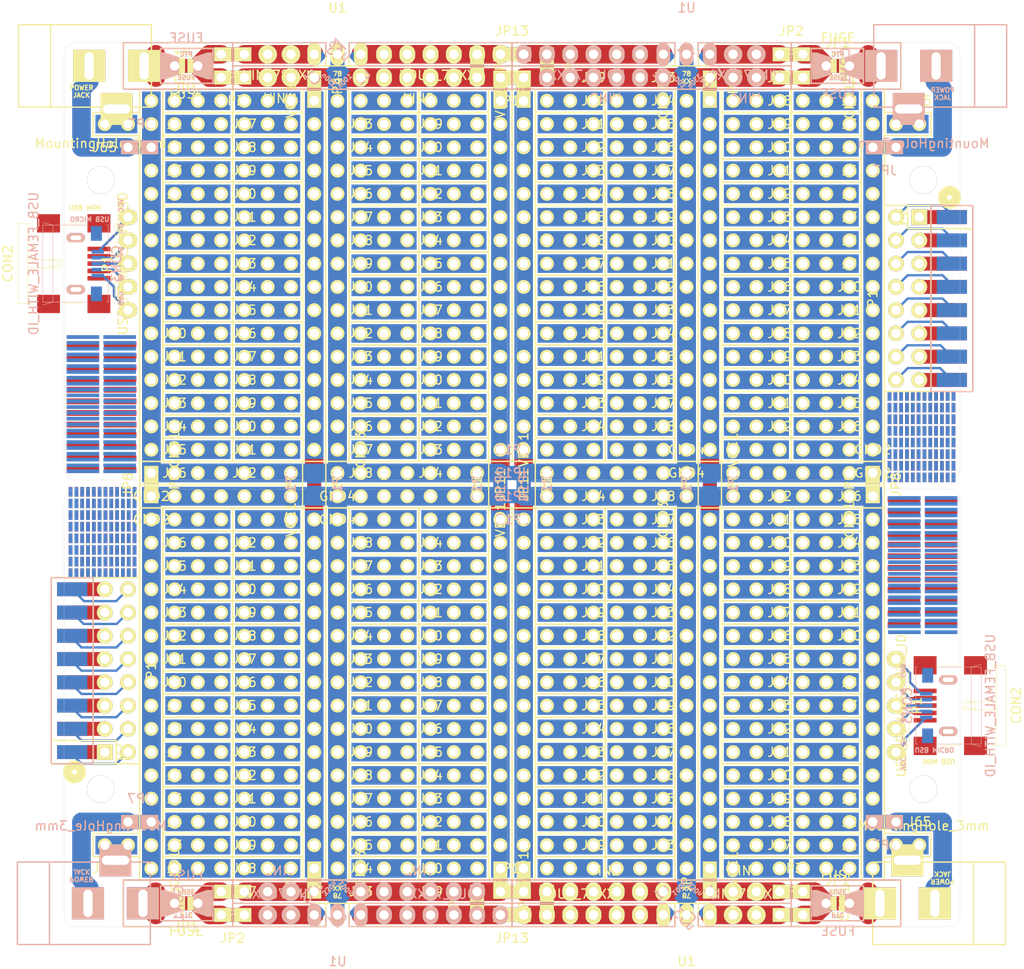
<source format=kicad_pcb>
(kicad_pcb (version 20221018) (generator pcbnew)
  (layers (0 "F.Cu" signal) (31 "B.Cu" signal) (34 "B.Paste" user) (35 "F.Paste" user) (36 "B.SilkS" user "B.Silkscreen") (37 "F.SilkS" user "F.Silkscreen") (38 "B.Mask" user) (39 "F.Mask" user) (44 "Edge.Cuts" user))
  (net 0 "")
  (net 1 "Net-(C1-Pad1)")
  (net 2 "Net-(C1-Pad2)")
  (net 3 "Net-(C2-Pad1)")
  (net 4 "Net-(CON1-Pad1)")
  (net 5 "Net-(CON1-Pad2)")
  (net 6 "Net-(CON1-Pad3)")
  (net 7 "Net-(CON2-Pad1)")
  (net 8 "Net-(CON2-Pad2)")
  (net 9 "Net-(CON2-Pad3)")
  (net 10 "Net-(CON2-Pad4)")
  (net 11 "Net-(CON2-Pad5)")
  (net 12 "Net-(CON2-Pad6)")
  (net 13 "Net-(CON3-Pad6)")
  (net 14 "Net-(J1-Pad1)")
  (net 15 "Net-(J2-Pad1)")
  (net 16 "Net-(J3-Pad1)")
  (net 17 "Net-(J4-Pad1)")
  (net 18 "Net-(J5-Pad1)")
  (net 19 "Net-(J6-Pad1)")
  (net 20 "Net-(J7-Pad1)")
  (net 21 "Net-(J8-Pad1)")
  (net 22 "Net-(J9-Pad1)")
  (net 23 "Net-(J10-Pad1)")
  (net 24 "Net-(J11-Pad1)")
  (net 25 "Net-(J12-Pad1)")
  (net 26 "Net-(J13-Pad1)")
  (net 27 "Net-(J14-Pad1)")
  (net 28 "Net-(J15-Pad1)")
  (net 29 "Net-(J16-Pad1)")
  (net 30 "Net-(J17-Pad1)")
  (net 31 "Net-(J18-Pad1)")
  (net 32 "Net-(J19-Pad1)")
  (net 33 "Net-(J20-Pad1)")
  (net 34 "Net-(J21-Pad1)")
  (net 35 "Net-(J22-Pad1)")
  (net 36 "Net-(J23-Pad1)")
  (net 37 "Net-(J24-Pad1)")
  (net 38 "Net-(J25-Pad1)")
  (net 39 "Net-(J26-Pad1)")
  (net 40 "Net-(J27-Pad1)")
  (net 41 "Net-(J28-Pad1)")
  (net 42 "Net-(J29-Pad1)")
  (net 43 "Net-(J30-Pad1)")
  (net 44 "Net-(J31-Pad1)")
  (net 45 "Net-(J32-Pad1)")
  (net 46 "Net-(J33-Pad1)")
  (net 47 "Net-(J34-Pad1)")
  (net 48 "Net-(J35-Pad1)")
  (net 49 "Net-(J36-Pad1)")
  (net 50 "Net-(J37-Pad1)")
  (net 51 "Net-(J38-Pad1)")
  (net 52 "Net-(J39-Pad1)")
  (net 53 "Net-(J40-Pad1)")
  (net 54 "Net-(J41-Pad1)")
  (net 55 "Net-(J42-Pad1)")
  (net 56 "Net-(J43-Pad1)")
  (net 57 "Net-(J44-Pad1)")
  (net 58 "Net-(J45-Pad1)")
  (net 59 "Net-(J46-Pad1)")
  (net 60 "Net-(J47-Pad1)")
  (net 61 "Net-(J48-Pad1)")
  (net 62 "Net-(J49-Pad1)")
  (net 63 "Net-(J50-Pad1)")
  (net 64 "Net-(J51-Pad1)")
  (net 65 "Net-(J52-Pad1)")
  (net 66 "Net-(J53-Pad1)")
  (net 67 "Net-(J54-Pad1)")
  (net 68 "Net-(J55-Pad1)")
  (net 69 "Net-(J56-Pad1)")
  (net 70 "Net-(J57-Pad1)")
  (net 71 "Net-(J58-Pad1)")
  (net 72 "Net-(J59-Pad1)")
  (net 73 "Net-(J60-Pad1)")
  (net 74 "Net-(J61-Pad1)")
  (net 75 "Net-(J62-Pad1)")
  (net 76 "Net-(J63-Pad1)")
  (net 77 "Net-(J64-Pad1)")
  (net 78 "Net-(JP4-Pad1)")
  (net 79 "Net-(F1-Pad2)")
  (net 80 "Net-(JP14-Pad1)")
  (net 81 "Net-(JP11-Pad1)")
  (net 82 "Net-(JP8-Pad2)")
  (net 83 "Net-(JP9-Pad2)")
  (net 84 "Net-(JP10-Pad2)")
  (net 85 "Net-(JP11-Pad2)")
  (net 86 "Net-(JP12-Pad2)")
  (net 87 "Net-(JP13-Pad2)")
  (net 88 "Net-(JP14-Pad2)")
  (net 89 "Net-(JP15-Pad2)")
  (net 90 "Net-(P1-Pad1)")
  (net 91 "Net-(P1-Pad2)")
  (net 92 "Net-(P1-Pad3)")
  (net 93 "Net-(P1-Pad4)")
  (net 94 "Net-(P1-Pad5)")
  (net 95 "Net-(P1-Pad6)")
  (net 96 "Net-(P1-Pad7)")
  (net 97 "Net-(P1-Pad8)")
  (net 98 "Net-(P1-Pad9)")
  (net 99 "Net-(P1-Pad10)")
  (net 100 "Net-(P1-Pad11)")
  (net 101 "Net-(P1-Pad12)")
  (net 102 "Net-(P1-Pad13)")
  (net 103 "Net-(P1-Pad14)")
  (net 104 "Net-(P1-Pad15)")
  (net 105 "Net-(P1-Pad16)")
  (footprint "Socket_Strips:Socket_Strip_Straight_1x02" (layer "F.Cu") (at 48.26 26.67 180)
    (fp_text reference "VIN1")
    (fp_text value "CONN_2" hide)
  )
  (footprint "Socket_Strips:Socket_Strip_Straight_1x02" (layer "F.Cu") (at 48.26 24.13 180)
    (fp_text reference "VIN_78XX1")
    (fp_text value "CONN_2" hide)
  )
  (footprint "SMD:SMD_127_357_4X2" (layer "F.Cu") (at 28.8544 67.6148)
    (fp_text reference "Ref**" hide)
    (fp_text value "Val**" hide)
  )
  (footprint "SMD:SMD_127_357_4X2" (layer "F.Cu") (at 28.8544 62.6618)
    (fp_text reference "Ref**" hide)
    (fp_text value "Val**" hide)
  )
  (footprint "SMD:SMD_127_357_4X2" (layer "F.Cu") (at 28.8544 57.7088)
    (fp_text reference "Ref**" hide)
    (fp_text value "Val**" hide)
  )
  (footprint "Mounting_Holes:MountingHole_3mm" (layer "F.Cu") (at 28.77 37.86)
    (fp_text reference "MountingHole_3mm")
    (fp_text value "VAL**" hide)
  )
  (footprint "Socket_Strips:Socket_Strip_Straight_1x05" (layer "F.Cu") (at 31.75 46.99 90)
    (fp_text reference "P1")
    (fp_text value "CONN_5" hide)
  )
  (footprint "2.54mm_Pin_Headers:Solder_Jumper_1x2_Shorted_T" (layer "F.Cu") (at 52.07 27.94 90)
    (fp_text reference "JP4")
    (fp_text value "JUMPER" hide)
  )
  (footprint "2.54mm_Pin_Headers:Solder_Jumper_1x2" (layer "F.Cu") (at 34.29 71.12 -90)
    (fp_text reference "JP8")
    (fp_text value "JUMPER" hide)
  )
  (footprint "2.54mm_Pin_Headers:Solder_Jumper_1x2" (layer "F.Cu") (at 34.29 71.12 90)
    (fp_text reference "JP8")
    (fp_text value "JUMPER" hide)
  )
  (footprint "2.54mm_Pin_Headers:Interconnect_1x07" (layer "F.Cu") (at 34.29 72.39)
    (fp_text reference "GND2")
    (fp_text value "INTERCONNECT_1X07" hide)
  )
  (footprint "2.54mm_Pin_Headers:Solder_Jumper_1x2_Shorted_T" (layer "F.Cu") (at 73.66 115.57)
    (fp_text reference "JP14")
    (fp_text value "JUMPER" hide)
  )
  (footprint "2.54mm_Pin_Headers:Solder_Jumper_1x2_Shorted_T" (layer "F.Cu") (at 73.66 118.11)
    (fp_text reference "JP13")
    (fp_text value "JUMPER" hide)
  )
  (footprint "2.54mm_Pin_Headers:Interconnect_1x07" (layer "F.Cu") (at 54.61 72.39)
    (fp_text reference "GND4")
    (fp_text value "INTERCONNECT_1X07" hide)
  )
  (footprint "2.54mm_Pin_Headers:Interconnect_1x16" (layer "F.Cu") (at 54.61 113.03 90)
    (fp_text reference "GND3")
    (fp_text value "INTERCONNECT_1X16" hide)
  )
  (footprint "2.54mm_Pin_Headers:Interconnect_1x16" (layer "F.Cu") (at 72.39 113.03 90)
    (fp_text reference "VDD1")
    (fp_text value "INTERCONNECT_1X16" hide)
  )
  (footprint "2.54mm_Pin_Headers:Interconnect_1x16" (layer "F.Cu") (at 52.07 74.93 -90)
    (fp_text reference "VCC1")
    (fp_text value "INTERCONNECT_1X16" hide)
  )
  (footprint "2.54mm_Pin_Headers:Solder_Jumper_1x2_Shorted_T" (layer "F.Cu") (at 69.85 116.84 -90)
    (fp_text reference "JP6")
    (fp_text value "JUMPER" hide)
  )
  (footprint "2.54mm_Pin_Headers:Solder_Jumper_1x2_Shorted_T" (layer "F.Cu") (at 72.39 114.3 90)
    (fp_text reference "JP5")
    (fp_text value "JUMPER" hide)
  )
  (footprint "2.54mm_Pin_Headers:Solder_Jumper_1x2_Shorted_T" (layer "F.Cu") (at 52.07 114.3 -90)
    (fp_text reference "JP4")
    (fp_text value "JUMPER" hide)
  )
  (footprint "2.54mm_Pin_Headers:Solder_Jumper_1x2_Shorted_T" (layer "F.Cu") (at 43.18 115.57)
    (fp_text reference "JP3")
    (fp_text value "JUMPER" hide)
  )
  (footprint "2.54mm_Pin_Headers:Solder_Jumper_1x2_Shorted_T" (layer "F.Cu") (at 43.18 118.11)
    (fp_text reference "JP2")
    (fp_text value "JUMPER" hide)
  )
  (footprint "2.54mm_Pin_Headers:Solder_Jumper_1x2_Shorted_T" (layer "F.Cu") (at 38.1 116.84)
    (fp_text reference "JP1")
    (fp_text value "JUMPER" hide)
  )
  (footprint "2.54mm_Pin_Headers:Interconnect_1x02" (layer "F.Cu") (at 29.21 110.49)
    (fp_text reference "J65")
    (fp_text value "INTERCONNECT_1X02" hide)
  )
  (footprint "2.54mm_Pin_Headers:Interconnect_1x03" (layer "F.Cu") (at 64.77 74.93)
    (fp_text reference "J64")
    (fp_text value "INTERCONNECT_1X03" hide)
  )
  (footprint "2.54mm_Pin_Headers:Interconnect_1x03" (layer "F.Cu") (at 64.77 77.47)
    (fp_text reference "J63")
    (fp_text value "INTERCONNECT_1X03" hide)
  )
  (footprint "2.54mm_Pin_Headers:Interconnect_1x03" (layer "F.Cu") (at 64.77 80.01)
    (fp_text reference "J62")
    (fp_text value "INTERCONNECT_1X03" hide)
  )
  (footprint "2.54mm_Pin_Headers:Interconnect_1x03" (layer "F.Cu") (at 64.77 82.55)
    (fp_text reference "J61")
    (fp_text value "INTERCONNECT_1X03" hide)
  )
  (footprint "2.54mm_Pin_Headers:Interconnect_1x03" (layer "F.Cu") (at 64.77 85.09)
    (fp_text reference "J60")
    (fp_text value "INTERCONNECT_1X03" hide)
  )
  (footprint "2.54mm_Pin_Headers:Interconnect_1x03" (layer "F.Cu") (at 64.77 87.63)
    (fp_text reference "J59")
    (fp_text value "INTERCONNECT_1X03" hide)
  )
  (footprint "2.54mm_Pin_Headers:Interconnect_1x03" (layer "F.Cu") (at 64.77 90.17)
    (fp_text reference "J58")
    (fp_text value "INTERCONNECT_1X03" hide)
  )
  (footprint "2.54mm_Pin_Headers:Interconnect_1x03" (layer "F.Cu") (at 64.77 92.71)
    (fp_text reference "J57")
    (fp_text value "INTERCONNECT_1X03" hide)
  )
  (footprint "2.54mm_Pin_Headers:Interconnect_1x03" (layer "F.Cu") (at 64.77 95.25)
    (fp_text reference "J56")
    (fp_text value "INTERCONNECT_1X03" hide)
  )
  (footprint "2.54mm_Pin_Headers:Interconnect_1x03" (layer "F.Cu") (at 64.77 97.79)
    (fp_text reference "J55")
    (fp_text value "INTERCONNECT_1X03" hide)
  )
  (footprint "2.54mm_Pin_Headers:Interconnect_1x03" (layer "F.Cu") (at 64.77 100.33)
    (fp_text reference "J54")
    (fp_text value "INTERCONNECT_1X03" hide)
  )
  (footprint "2.54mm_Pin_Headers:Interconnect_1x03" (layer "F.Cu") (at 64.77 102.87)
    (fp_text reference "J53")
    (fp_text value "INTERCONNECT_1X03" hide)
  )
  (footprint "2.54mm_Pin_Headers:Interconnect_1x03" (layer "F.Cu") (at 64.77 105.41)
    (fp_text reference "J52")
    (fp_text value "INTERCONNECT_1X03" hide)
  )
  (footprint "2.54mm_Pin_Headers:Interconnect_1x03" (layer "F.Cu") (at 64.77 107.95)
    (fp_text reference "J51")
    (fp_text value "INTERCONNECT_1X03" hide)
  )
  (footprint "2.54mm_Pin_Headers:Interconnect_1x03" (layer "F.Cu") (at 64.77 110.49)
    (fp_text reference "J50")
    (fp_text value "INTERCONNECT_1X03" hide)
  )
  (footprint "2.54mm_Pin_Headers:Interconnect_1x03" (layer "F.Cu") (at 64.77 113.03)
    (fp_text reference "J49")
    (fp_text value "INTERCONNECT_1X03" hide)
  )
  (footprint "2.54mm_Pin_Headers:Interconnect_1x03" (layer "F.Cu") (at 57.15 74.93)
    (fp_text reference "J48")
    (fp_text value "INTERCONNECT_1X03" hide)
  )
  (footprint "2.54mm_Pin_Headers:Interconnect_1x03" (layer "F.Cu") (at 57.15 77.47)
    (fp_text reference "J47")
    (fp_text value "INTERCONNECT_1X03" hide)
  )
  (footprint "2.54mm_Pin_Headers:Interconnect_1x03" (layer "F.Cu") (at 57.15 80.01)
    (fp_text reference "J46")
    (fp_text value "INTERCONNECT_1X03" hide)
  )
  (footprint "2.54mm_Pin_Headers:Interconnect_1x03" (layer "F.Cu") (at 57.15 82.55)
    (fp_text reference "J45")
    (fp_text value "INTERCONNECT_1X03" hide)
  )
  (footprint "2.54mm_Pin_Headers:Interconnect_1x03" (layer "F.Cu") (at 57.15 85.09)
    (fp_text reference "J44")
    (fp_text value "INTERCONNECT_1X03" hide)
  )
  (footprint "2.54mm_Pin_Headers:Interconnect_1x03" (layer "F.Cu") (at 57.15 87.63)
    (fp_text reference "J43")
    (fp_text value "INTERCONNECT_1X03" hide)
  )
  (footprint "2.54mm_Pin_Headers:Interconnect_1x03" (layer "F.Cu") (at 57.15 90.17)
    (fp_text reference "J42")
    (fp_text value "INTERCONNECT_1X03" hide)
  )
  (footprint "2.54mm_Pin_Headers:Interconnect_1x03" (layer "F.Cu") (at 57.15 92.71)
    (fp_text reference "J41")
    (fp_text value "INTERCONNECT_1X03" hide)
  )
  (footprint "2.54mm_Pin_Headers:Interconnect_1x03" (layer "F.Cu") (at 57.15 95.25)
    (fp_text reference "J40")
    (fp_text value "INTERCONNECT_1X03" hide)
  )
  (footprint "2.54mm_Pin_Headers:Interconnect_1x03" (layer "F.Cu") (at 57.15 97.79)
    (fp_text reference "J39")
    (fp_text value "INTERCONNECT_1X03" hide)
  )
  (footprint "2.54mm_Pin_Headers:Interconnect_1x03" (layer "F.Cu") (at 57.15 100.33)
    (fp_text reference "J38")
    (fp_text value "INTERCONNECT_1X03" hide)
  )
  (footprint "2.54mm_Pin_Headers:Interconnect_1x03" (layer "F.Cu") (at 57.15 102.87)
    (fp_text reference "J37")
    (fp_text value "INTERCONNECT_1X03" hide)
  )
  (footprint "2.54mm_Pin_Headers:Interconnect_1x03" (layer "F.Cu") (at 57.15 105.41)
    (fp_text reference "J36")
    (fp_text value "INTERCONNECT_1X03" hide)
  )
  (footprint "2.54mm_Pin_Headers:Interconnect_1x03" (layer "F.Cu") (at 57.15 107.95)
    (fp_text reference "J35")
    (fp_text value "INTERCONNECT_1X03" hide)
  )
  (footprint "2.54mm_Pin_Headers:Interconnect_1x03" (layer "F.Cu") (at 57.15 110.49)
    (fp_text reference "J34")
    (fp_text value "INTERCONNECT_1X03" hide)
  )
  (footprint "2.54mm_Pin_Headers:Interconnect_1x03" (layer "F.Cu") (at 57.15 113.03)
    (fp_text reference "J33")
    (fp_text value "INTERCONNECT_1X03" hide)
  )
  (footprint "2.54mm_Pin_Headers:Interconnect_1x03" (layer "F.Cu") (at 44.45 74.93)
    (fp_text reference "J32")
    (fp_text value "INTERCONNECT_1X03" hide)
  )
  (footprint "2.54mm_Pin_Headers:Interconnect_1x03" (layer "F.Cu") (at 44.45 77.47)
    (fp_text reference "J31")
    (fp_text value "INTERCONNECT_1X03" hide)
  )
  (footprint "2.54mm_Pin_Headers:Interconnect_1x03" (layer "F.Cu") (at 44.45 80.01)
    (fp_text reference "J30")
    (fp_text value "INTERCONNECT_1X03" hide)
  )
  (footprint "2.54mm_Pin_Headers:Interconnect_1x03" (layer "F.Cu") (at 44.45 82.55)
    (fp_text reference "J29")
    (fp_text value "INTERCONNECT_1X03" hide)
  )
  (footprint "2.54mm_Pin_Headers:Interconnect_1x03" (layer "F.Cu") (at 44.45 85.09)
    (fp_text reference "J28")
    (fp_text value "INTERCONNECT_1X03" hide)
  )
  (footprint "2.54mm_Pin_Headers:Interconnect_1x03" (layer "F.Cu") (at 44.45 87.63)
    (fp_text reference "J27")
    (fp_text value "INTERCONNECT_1X03" hide)
  )
  (footprint "2.54mm_Pin_Headers:Interconnect_1x03" (layer "F.Cu") (at 44.45 90.17)
    (fp_text reference "J26")
    (fp_text value "INTERCONNECT_1X03" hide)
  )
  (footprint "2.54mm_Pin_Headers:Interconnect_1x03" (layer "F.Cu") (at 44.45 92.71)
    (fp_text reference "J25")
    (fp_text value "INTERCONNECT_1X03" hide)
  )
  (footprint "2.54mm_Pin_Headers:Interconnect_1x03" (layer "F.Cu") (at 44.45 95.25)
    (fp_text reference "J24")
    (fp_text value "INTERCONNECT_1X03" hide)
  )
  (footprint "2.54mm_Pin_Headers:Interconnect_1x03" (layer "F.Cu") (at 44.45 97.79)
    (fp_text reference "J23")
    (fp_text value "INTERCONNECT_1X03" hide)
  )
  (footprint "2.54mm_Pin_Headers:Interconnect_1x03" (layer "F.Cu") (at 44.45 100.33)
    (fp_text reference "J22")
    (fp_text value "INTERCONNECT_1X03" hide)
  )
  (footprint "2.54mm_Pin_Headers:Interconnect_1x03" (layer "F.Cu") (at 44.45 102.87)
    (fp_text reference "J21")
    (fp_text value "INTERCONNECT_1X03" hide)
  )
  (footprint "2.54mm_Pin_Headers:Interconnect_1x03" (layer "F.Cu") (at 44.45 105.41)
    (fp_text reference "J20")
    (fp_text value "INTERCONNECT_1X03" hide)
  )
  (footprint "2.54mm_Pin_Headers:Interconnect_1x03" (layer "F.Cu") (at 44.45 107.95)
    (fp_text reference "J19")
    (fp_text value "INTERCONNECT_1X03" hide)
  )
  (footprint "2.54mm_Pin_Headers:Interconnect_1x03" (layer "F.Cu") (at 44.45 110.49)
    (fp_text reference "J18")
    (fp_text value "INTERCONNECT_1X03" hide)
  )
  (footprint "2.54mm_Pin_Headers:Interconnect_1x03" (layer "F.Cu") (at 44.45 113.03)
    (fp_text reference "J17")
    (fp_text value "INTERCONNECT_1X03" hide)
  )
  (footprint "2.54mm_Pin_Headers:Interconnect_1x03" (layer "F.Cu") (at 36.83 74.93)
    (fp_text reference "J16")
    (fp_text value "INTERCONNECT_1X03" hide)
  )
  (footprint "2.54mm_Pin_Headers:Interconnect_1x03" (layer "F.Cu") (at 36.83 77.47)
    (fp_text reference "J15")
    (fp_text value "INTERCONNECT_1X03" hide)
  )
  (footprint "2.54mm_Pin_Headers:Interconnect_1x03" (layer "F.Cu") (at 36.83 80.01)
    (fp_text reference "J14")
    (fp_text value "INTERCONNECT_1X03" hide)
  )
  (footprint "2.54mm_Pin_Headers:Interconnect_1x03" (layer "F.Cu") (at 36.83 82.55)
    (fp_text reference "J13")
    (fp_text value "INTERCONNECT_1X03" hide)
  )
  (footprint "2.54mm_Pin_Headers:Interconnect_1x03" (layer "F.Cu") (at 36.83 85.09)
    (fp_text reference "J12")
    (fp_text value "INTERCONNECT_1X03" hide)
  )
  (footprint "2.54mm_Pin_Headers:Interconnect_1x03" (layer "F.Cu") (at 36.83 87.63)
    (fp_text reference "J11")
    (fp_text value "INTERCONNECT_1X03" hide)
  )
  (footprint "2.54mm_Pin_Headers:Interconnect_1x03" (layer "F.Cu") (at 36.83 90.17)
    (fp_text reference "J10")
    (fp_text value "INTERCONNECT_1X03" hide)
  )
  (footprint "2.54mm_Pin_Headers:Interconnect_1x03" (layer "F.Cu") (at 36.83 92.71)
    (fp_text reference "J9")
    (fp_text value "INTERCONNECT_1X03" hide)
  )
  (footprint "2.54mm_Pin_Headers:Interconnect_1x03" (layer "F.Cu") (at 36.83 95.25)
    (fp_text reference "J8")
    (fp_text value "INTERCONNECT_1X03" hide)
  )
  (footprint "2.54mm_Pin_Headers:Interconnect_1x03" (layer "F.Cu") (at 36.83 97.79)
    (fp_text reference "J7")
    (fp_text value "INTERCONNECT_1X03" hide)
  )
  (footprint "2.54mm_Pin_Headers:Interconnect_1x03" (layer "F.Cu") (at 36.83 100.33)
    (fp_text reference "J6")
    (fp_text value "INTERCONNECT_1X03" hide)
  )
  (footprint "2.54mm_Pin_Headers:Interconnect_1x03" (layer "F.Cu") (at 36.83 102.87)
    (fp_text reference "J5")
    (fp_text value "INTERCONNECT_1X03" hide)
  )
  (footprint "2.54mm_Pin_Headers:Interconnect_1x03" (layer "F.Cu") (at 36.83 105.41)
    (fp_text reference "J4")
    (fp_text value "INTERCONNECT_1X03" hide)
  )
  (footprint "2.54mm_Pin_Headers:Interconnect_1x03" (layer "F.Cu") (at 36.83 107.95)
    (fp_text reference "J3")
    (fp_text value "INTERCONNECT_1X03" hide)
  )
  (footprint "2.54mm_Pin_Headers:Interconnect_1x03" (layer "F.Cu") (at 36.83 110.49)
    (fp_text reference "J2")
    (fp_text value "INTERCONNECT_1X03" hide)
  )
  (footprint "2.54mm_Pin_Headers:Interconnect_1x03" (layer "F.Cu") (at 36.83 113.03)
    (fp_text reference "J1")
    (fp_text value "INTERCONNECT_1X03" hide)
  )
  (footprint "2.54mm_Pin_Headers:Interconnect_1x16" (layer "F.Cu") (at 34.29 113.03 90)
    (fp_text reference "GND1")
    (fp_text value "INTERCONNECT_1X16" hide)
  )
  (footprint "Muonde:CC12ZZ" (layer "F.Cu") (at 38.1 116.84)
    (fp_text reference "F2" hide)
    (fp_text value "FUSE")
  )
  (footprint "SMD:SMD_127_065_grid_4X12" (layer "F.Cu") (at 28.2956 78.8924)
    (fp_text reference "Ref**" hide)
    (fp_text value "Val**" hide)
  )
  (footprint "SMD:SMD_127_065_grid_4X12" (layer "F.Cu") (at 28.2956 73.8124)
    (fp_text reference "Ref**" hide)
    (fp_text value "Val**" hide)
  )
  (footprint "Connect:BARREL_JACK" (layer "F.Cu") (at 27.305 25.4)
    (fp_text reference "CON1")
    (fp_text value "BARREL_JACK" hide)
  )
  (footprint "2.54mm_Pin_Headers:Interconnect_1x16" (layer "F.Cu") (at 34.29 67.31 90)
    (fp_text reference "GND1")
    (fp_text value "INTERCONNECT_1X16" hide)
  )
  (footprint "2.54mm_Pin_Headers:Interconnect_1x03" (layer "F.Cu") (at 36.83 31.75)
    (fp_text reference "J2")
    (fp_text value "INTERCONNECT_1X03" hide)
  )
  (footprint "2.54mm_Pin_Headers:Interconnect_1x03" (layer "F.Cu") (at 36.83 34.29)
    (fp_text reference "J3")
    (fp_text value "INTERCONNECT_1X03" hide)
  )
  (footprint "2.54mm_Pin_Headers:Interconnect_1x03" (layer "F.Cu") (at 36.83 36.83)
    (fp_text reference "J4")
    (fp_text value "INTERCONNECT_1X03" hide)
  )
  (footprint "2.54mm_Pin_Headers:Interconnect_1x03" (layer "F.Cu") (at 36.83 39.37)
    (fp_text reference "J5")
    (fp_text value "INTERCONNECT_1X03" hide)
  )
  (footprint "2.54mm_Pin_Headers:Interconnect_1x03" (layer "F.Cu") (at 36.83 41.91)
    (fp_text reference "J6")
    (fp_text value "INTERCONNECT_1X03" hide)
  )
  (footprint "2.54mm_Pin_Headers:Interconnect_1x03" (layer "F.Cu") (at 36.83 44.45)
    (fp_text reference "J7")
    (fp_text value "INTERCONNECT_1X03" hide)
  )
  (footprint "2.54mm_Pin_Headers:Interconnect_1x03" (layer "F.Cu") (at 36.83 46.99)
    (fp_text reference "J8")
    (fp_text value "INTERCONNECT_1X03" hide)
  )
  (footprint "2.54mm_Pin_Headers:Interconnect_1x03" (layer "F.Cu") (at 36.83 49.53)
    (fp_text reference "J9")
    (fp_text value "INTERCONNECT_1X03" hide)
  )
  (footprint "2.54mm_Pin_Headers:Interconnect_1x03" (layer "F.Cu") (at 36.83 52.07)
    (fp_text reference "J10")
    (fp_text value "INTERCONNECT_1X03" hide)
  )
  (footprint "2.54mm_Pin_Headers:Interconnect_1x03" (layer "F.Cu") (at 36.83 54.61)
    (fp_text reference "J11")
    (fp_text value "INTERCONNECT_1X03" hide)
  )
  (footprint "2.54mm_Pin_Headers:Interconnect_1x03" (layer "F.Cu") (at 36.83 57.15)
    (fp_text reference "J12")
    (fp_text value "INTERCONNECT_1X03" hide)
  )
  (footprint "2.54mm_Pin_Headers:Interconnect_1x03" (layer "F.Cu") (at 36.83 59.69)
    (fp_text reference "J13")
    (fp_text value "INTERCONNECT_1X03" hide)
  )
  (footprint "2.54mm_Pin_Headers:Interconnect_1x03" (layer "F.Cu") (at 36.83 62.23)
    (fp_text reference "J14")
    (fp_text value "INTERCONNECT_1X03" hide)
  )
  (footprint "2.54mm_Pin_Headers:Interconnect_1x03" (layer "F.Cu") (at 36.83 64.77)
    (fp_text reference "J15")
    (fp_text value "INTERCONNECT_1X03" hide)
  )
  (footprint "2.54mm_Pin_Headers:Interconnect_1x03" (layer "F.Cu") (at 36.83 67.31)
    (fp_text reference "J16")
    (fp_text value "INTERCONNECT_1X03" hide)
  )
  (footprint "2.54mm_Pin_Headers:Interconnect_1x03" (layer "F.Cu") (at 44.45 29.21)
    (fp_text reference "J17")
    (fp_text value "INTERCONNECT_1X03" hide)
  )
  (footprint "2.54mm_Pin_Headers:Interconnect_1x03" (layer "F.Cu") (at 44.45 31.75)
    (fp_text reference "J18")
    (fp_text value "INTERCONNECT_1X03" hide)
  )
  (footprint "2.54mm_Pin_Headers:Interconnect_1x03" (layer "F.Cu") (at 44.45 34.29)
    (fp_text reference "J19")
    (fp_text value "INTERCONNECT_1X03" hide)
  )
  (footprint "2.54mm_Pin_Headers:Interconnect_1x03" (layer "F.Cu") (at 44.45 36.83)
    (fp_text reference "J20")
    (fp_text value "INTERCONNECT_1X03" hide)
  )
  (footprint "2.54mm_Pin_Headers:Interconnect_1x03" (layer "F.Cu") (at 44.45 41.91)
    (fp_text reference "J22")
    (fp_text value "INTERCONNECT_1X03" hide)
  )
  (footprint "2.54mm_Pin_Headers:Interconnect_1x03" (layer "F.Cu") (at 44.45 44.45)
    (fp_text reference "J23")
    (fp_text value "INTERCONNECT_1X03" hide)
  )
  (footprint "2.54mm_Pin_Headers:Interconnect_1x03" (layer "F.Cu") (at 44.45 46.99)
    (fp_text reference "J24")
    (fp_text value "INTERCONNECT_1X03" hide)
  )
  (footprint "2.54mm_Pin_Headers:Interconnect_1x03" (layer "F.Cu") (at 44.45 49.53)
    (fp_text reference "J25")
    (fp_text value "INTERCONNECT_1X03" hide)
  )
  (footprint "2.54mm_Pin_Headers:Interconnect_1x03" (layer "F.Cu") (at 44.45 52.07)
    (fp_text reference "J26")
    (fp_text value "INTERCONNECT_1X03" hide)
  )
  (footprint "2.54mm_Pin_Headers:Interconnect_1x03" (layer "F.Cu") (at 44.45 54.61)
    (fp_text reference "J27")
    (fp_text value "INTERCONNECT_1X03" hide)
  )
  (footprint "2.54mm_Pin_Headers:Interconnect_1x03" (layer "F.Cu") (at 44.45 57.15)
    (fp_text reference "J28")
    (fp_text value "INTERCONNECT_1X03" hide)
  )
  (footprint "2.54mm_Pin_Headers:Interconnect_1x03" (layer "F.Cu") (at 44.45 59.69)
    (fp_text reference "J29")
    (fp_text value "INTERCONNECT_1X03" hide)
  )
  (footprint "2.54mm_Pin_Headers:Interconnect_1x03" (layer "F.Cu") (at 44.45 62.23)
    (fp_text reference "J30")
    (fp_text value "INTERCONNECT_1X03" hide)
  )
  (footprint "2.54mm_Pin_Headers:Interconnect_1x03" (layer "F.Cu") (at 44.45 64.77)
    (fp_text reference "J31")
    (fp_text value "INTERCONNECT_1X03" hide)
  )
  (footprint "2.54mm_Pin_Headers:Interconnect_1x03" (layer "F.Cu") (at 44.45 67.31)
    (fp_text reference "J32")
    (fp_text value "INTERCONNECT_1X03" hide)
  )
  (footprint "2.54mm_Pin_Headers:Interconnect_1x03" (layer "F.Cu") (at 57.15 29.21)
    (fp_text reference "J33")
    (fp_text value "INTERCONNECT_1X03" hide)
  )
  (footprint "2.54mm_Pin_Headers:Interconnect_1x03" (layer "F.Cu") (at 57.15 31.75)
    (fp_text reference "J34")
    (fp_text value "INTERCONNECT_1X03" hide)
  )
  (footprint "2.54mm_Pin_Headers:Interconnect_1x03" (layer "F.Cu") (at 57.15 34.29)
    (fp_text reference "J35")
    (fp_text value "INTERCONNECT_1X03" hide)
  )
  (footprint "2.54mm_Pin_Headers:Interconnect_1x03" (layer "F.Cu") (at 57.15 36.83)
    (fp_text reference "J36")
    (fp_text value "INTERCONNECT_1X03" hide)
  )
  (footprint "2.54mm_Pin_Headers:Interconnect_1x03" (layer "F.Cu") (at 57.15 39.37)
    (fp_text reference "J37")
    (fp_text value "INTERCONNECT_1X03" hide)
  )
  (footprint "2.54mm_Pin_Headers:Interconnect_1x03" (layer "F.Cu") (at 57.15 41.91)
    (fp_text reference "J38")
    (fp_text value "INTERCONNECT_1X03" hide)
  )
  (footprint "2.54mm_Pin_Headers:Interconnect_1x03" (layer "F.Cu") (at 57.15 44.45)
    (fp_text reference "J39")
    (fp_text value "INTERCONNECT_1X03" hide)
  )
  (footprint "2.54mm_Pin_Headers:Interconnect_1x03" (layer "F.Cu") (at 57.15 46.99)
    (fp_text reference "J40")
    (fp_text value "INTERCONNECT_1X03" hide)
  )
  (footprint "2.54mm_Pin_Headers:Interconnect_1x03" (layer "F.Cu") (at 57.15 49.53)
    (fp_text reference "J41")
    (fp_text value "INTERCONNECT_1X03" hide)
  )
  (footprint "2.54mm_Pin_Headers:Interconnect_1x03" (layer "F.Cu") (at 57.15 52.07)
    (fp_text reference "J42")
    (fp_text value "INTERCONNECT_1X03" hide)
  )
  (footprint "2.54mm_Pin_Headers:Interconnect_1x03" (layer "F.Cu") (at 57.15 54.61)
    (fp_text reference "J43")
    (fp_text value "INTERCONNECT_1X03" hide)
  )
  (footprint "2.54mm_Pin_Headers:Interconnect_1x03" (layer "F.Cu") (at 57.15 57.15)
    (fp_text reference "J44")
    (fp_text value "INTERCONNECT_1X03" hide)
  )
  (footprint "2.54mm_Pin_Headers:Interconnect_1x03" (layer "F.Cu") (at 57.15 59.69)
    (fp_text reference "J45")
    (fp_text value "INTERCONNECT_1X03" hide)
  )
  (footprint "2.54mm_Pin_Headers:Interconnect_1x03" (layer "F.Cu") (at 57.15 62.23)
    (fp_text reference "J46")
    (fp_text value "INTERCONNECT_1X03" hide)
  )
  (footprint "2.54mm_Pin_Headers:Interconnect_1x03" (layer "F.Cu") (at 57.15 64.77)
    (fp_text reference "J47")
    (fp_text value "INTERCONNECT_1X03" hide)
  )
  (footprint "2.54mm_Pin_Headers:Interconnect_1x03" (layer "F.Cu") (at 57.15 67.31)
    (fp_text reference "J48")
    (fp_text value "INTERCONNECT_1X03" hide)
  )
  (footprint "2.54mm_Pin_Headers:Interconnect_1x03" (layer "F.Cu") (at 64.77 29.21)
    (fp_text reference "J49")
    (fp_text value "INTERCONNECT_1X03" hide)
  )
  (footprint "2.54mm_Pin_Headers:Interconnect_1x03" (layer "F.Cu") (at 64.77 31.75)
    (fp_text reference "J50")
    (fp_text value "INTERCONNECT_1X03" hide)
  )
  (footprint "2.54mm_Pin_Headers:Interconnect_1x03" (layer "F.Cu") (at 64.77 34.29)
    (fp_text reference "J51")
    (fp_text value "INTERCONNECT_1X03" hide)
  )
  (footprint "2.54mm_Pin_Headers:Interconnect_1x03" (layer "F.Cu") (at 64.77 36.83)
    (fp_text reference "J52")
    (fp_text value "INTERCONNECT_1X03" hide)
  )
  (footprint "2.54mm_Pin_Headers:Interconnect_1x03" (layer "F.Cu") (at 64.77 39.37)
    (fp_text reference "J53")
    (fp_text value "INTERCONNECT_1X03" hide)
  )
  (footprint "2.54mm_Pin_Headers:Interconnect_1x03" (layer "F.Cu") (at 64.77 41.91)
    (fp_text reference "J54")
    (fp_text value "INTERCONNECT_1X03" hide)
  )
  (footprint "2.54mm_Pin_Headers:Interconnect_1x03" (layer "F.Cu") (at 64.77 44.45)
    (fp_text reference "J55")
    (fp_text value "INTERCONNECT_1X03" hide)
  )
  (footprint "2.54mm_Pin_Headers:Interconnect_1x03" (layer "F.Cu") (at 64.77 46.99)
    (fp_text reference "J56")
    (fp_text value "INTERCONNECT_1X03" hide)
  )
  (footprint "2.54mm_Pin_Headers:Interconnect_1x03" (layer "F.Cu") (at 64.77 49.53)
    (fp_text reference "J57")
    (fp_text value "INTERCONNECT_1X03" hide)
  )
  (footprint "2.54mm_Pin_Headers:Interconnect_1x03" (layer "F.Cu") (at 64.77 52.07)
    (fp_text reference "J58")
    (fp_text value "INTERCONNECT_1X03" hide)
  )
  (footprint "2.54mm_Pin_Headers:Interconnect_1x03" (layer "F.Cu") (at 64.77 54.61)
    (fp_text reference "J59")
    (fp_text value "INTERCONNECT_1X03" hide)
  )
  (footprint "2.54mm_Pin_Headers:Interconnect_1x03" (layer "F.Cu") (at 64.77 57.15)
    (fp_text reference "J60")
    (fp_text value "INTERCONNECT_1X03" hide)
  )
  (footprint "2.54mm_Pin_Headers:Interconnect_1x03" (layer "F.Cu") (at 64.77 59.69)
    (fp_text reference "J61")
    (fp_text value "INTERCONNECT_1X03" hide)
  )
  (footprint "2.54mm_Pin_Headers:Interconnect_1x03" (layer "F.Cu") (at 64.77 62.23)
    (fp_text reference "J62")
    (fp_text value "INTERCONNECT_1X03" hide)
  )
  (footprint "2.54mm_Pin_Headers:Interconnect_1x03" (layer "F.Cu") (at 64.77 64.77)
    (fp_text reference "J63")
    (fp_text value "INTERCONNECT_1X03" hide)
  )
  (footprint "2.54mm_Pin_Headers:Interconnect_1x03" (layer "F.Cu") (at 64.77 67.31)
    (fp_text reference "J64")
    (fp_text value "INTERCONNECT_1X03" hide)
  )
  (footprint "2.54mm_Pin_Headers:Interconnect_1x02" (layer "F.Cu") (at 29.21 31.75)
    (fp_text reference "J65")
    (fp_text value "INTERCONNECT_1X02" hide)
  )
  (footprint "2.54mm_Pin_Headers:Solder_Jumper_1x2_Shorted_T" (layer "F.Cu") (at 38.1 25.4)
    (fp_text reference "JP1")
    (fp_text value "JUMPER" hide)
  )
  (footprint "2.54mm_Pin_Headers:Solder_Jumper_1x2_Shorted_T" (layer "F.Cu") (at 43.18 24.13)
    (fp_text reference "JP2")
    (fp_text value "JUMPER" hide)
  )
  (footprint "2.54mm_Pin_Headers:Solder_Jumper_1x2_Shorted_T" (layer "F.Cu") (at 43.18 26.67)
    (fp_text reference "JP3")
    (fp_text value "JUMPER" hide)
  )
  (footprint "2.54mm_Pin_Headers:Solder_Jumper_1x2_Shorted_T" (layer "F.Cu") (at 72.39 27.94 90)
    (fp_text reference "JP5")
    (fp_text value "JUMPER" hide)
  )
  (footprint "2.54mm_Pin_Headers:Solder_Jumper_1x2_Shorted_T" (layer "F.Cu") (at 69.85 25.4 90)
    (fp_text reference "JP6")
    (fp_text value "JUMPER" hide)
  )
  (footprint "2.54mm_Pin_Headers:Interconnect_1x16" (layer "F.Cu") (at 52.07 29.21 -90)
    (fp_text reference "VCC1")
    (fp_text value "INTERCONNECT_1X16" hide)
  )
  (footprint "2.54mm_Pin_Headers:Interconnect_1x16" (layer "F.Cu") (at 72.39 67.31 90)
    (fp_text reference "VDD1")
    (fp_text value "INTERCONNECT_1X16" hide)
  )
  (footprint "2.54mm_Pin_Headers:Interconnect_1x03" (layer "F.Cu") (at 36.83 29.21)
    (fp_text reference "J1")
    (fp_text value "INTERCONNECT_1X03" hide)
  )
  (footprint "Muonde:CC12ZZ" (layer "F.Cu") (at 38.1 25.4)
    (fp_text reference "F1" hide)
    (fp_text value "FUSE")
  )
  (footprint "2.54mm_Pin_Headers:Interconnect_1x03" (layer "F.Cu") (at 44.45 39.37)
    (fp_text reference "J21")
    (fp_text value "INTERCONNECT_1X03" hide)
  )
  (footprint "Connectors:USB_Mini-B_Female" (layer "F.Cu") (at 28.575 46.99 -90)
    (fp_text reference "CON2")
    (fp_text value "USB_FEMALE_WITH_ID")
  )
  (footprint "Transistors_TO-220:TO-220_Neutral123_Vertical" (layer "F.Cu") (at 54.61 24.13)
    (fp_text reference "U1")
    (fp_text value "LM7805CT" hide)
  )
  (footprint "Socket_Strips:Socket_Strip_Straight_1x06" (layer "F.Cu") (at 63.5 26.67 180)
    (fp_text reference "VIN2")
    (fp_text value "CONN_6" hide)
  )
  (footprint "Socket_Strips:Socket_Strip_Straight_1x06" (layer "F.Cu") (at 66.04 24.13 180)
    (fp_text reference "VOUT_78XX1")
    (fp_text value "CONN_6" hide)
  )
  (footprint "2.54mm_Pin_Headers:Interconnect_1x16" (layer "F.Cu") (at 54.61 67.31 90)
    (fp_text reference "GND3")
    (fp_text value "INTERCONNECT_1X16" hide)
  )
  (footprint "2.54mm_Pin_Headers:Interconnect_1x07" (layer "F.Cu") (at 54.61 69.85)
    (fp_text reference "GND4")
    (fp_text value "INTERCONNECT_1X07" hide)
  )
  (footprint "2.54mm_Pin_Headers:Solder_Jumper_1x2_Shorted_T" (layer "F.Cu") (at 73.66 24.13)
    (fp_text reference "JP13")
    (fp_text value "JUMPER" hide)
  )
  (footprint "2.54mm_Pin_Headers:Solder_Jumper_1x2_Shorted_T" (layer "F.Cu") (at 73.66 26.67)
    (fp_text reference "JP14")
    (fp_text value "JUMPER" hide)
  )
  (footprint "2.54mm_Pin_Headers:Interconnect_1x07" (layer "F.Cu") (at 34.29 69.85)
    (fp_text reference "GND2")
    (fp_text value "INTERCONNECT_1X07" hide)
  )
  (footprint "2.54mm_Pin_Headers:Solder_Jumper_SMD_1x2_Shorted" (layer "F.Cu") (at 52.07 71.12 90)
    (fp_text reference "JP9")
    (fp_text value "JUMPER" hide)
  )
  (footprint "2.54mm_Pin_Headers:Solder_Jumper_SMD_1x2_Shorted" (layer "F.Cu") (at 72.39 71.12 90)
    (fp_text reference "JP11")
    (fp_text value "JUMPER" hide)
  )
  (footprint "2.54mm_Pin_Headers:Solder_Jumper_SMD_1x2_Shorted" (layer "F.Cu") (at 72.39 71.12 -90)
    (fp_text reference "JP11")
    (fp_text value "JUMPER" hide)
  )
  (footprint "2.54mm_Pin_Headers:Solder_Jumper_SMD_1x2_Shorted" (layer "F.Cu") (at 52.07 71.12 -90)
    (fp_text reference "JP9")
    (fp_text value "JUMPER" hide)
  )
  (footprint "Socket_Strips:Socket_Strip_Straight_2x08" (layer "F.Cu") (at 30.48 91.44 -90)
    (fp_text reference "P1")
    (fp_text value "CONN_8X2" hide)
  )
  (footprint "2.54mm_Pin_Headers:Edge_2x08" (layer "F.Cu") (at 25.654 100.33 90)
    (fp_text reference "P2")
    (fp_text value "CONN_8X2" hide)
  )
  (footprint "Socket_Strips:Socket_Strip_Straight_1x05" (layer "F.Cu") (at 115.57 95.25 -90)
    (fp_text reference "P1")
    (fp_text value "CONN_5" hide)
  )
  (footprint "Socket_Strips:Socket_Strip_Straight_1x06" (layer "F.Cu") (at 83.82 115.57)
    (fp_text reference "VIN2")
    (fp_text value "CONN_6" hide)
  )
  (footprint "Socket_Strips:Socket_Strip_Straight_1x06" (layer "F.Cu") (at 81.28 118.11)
    (fp_text reference "VOUT_78XX1")
    (fp_text value "CONN_6" hide)
  )
  (footprint "Socket_Strips:Socket_Strip_Straight_1x02" (layer "F.Cu") (at 99.06 118.11)
    (fp_text reference "VIN_78XX1")
    (fp_text value "CONN_2" hide)
  )
  (footprint "Socket_Strips:Socket_Strip_Straight_1x02" (layer "F.Cu") (at 99.06 115.57)
    (fp_text reference "VIN1")
    (fp_text value "CONN_2" hide)
  )
  (footprint "Transistors_TO-220:TO-220_Neutral123_Vertical" (layer "F.Cu") (at 92.71 118.11 180)
    (fp_text reference "U1")
    (fp_text value "LM7805CT" hide)
  )
  (footprint "Connect:BARREL_JACK" (layer "F.Cu") (at 120.015 116.84 180)
    (fp_text reference "CON1")
    (fp_text value "BARREL_JACK" hide)
  )
  (footprint "Connectors:USB_Mini-B_Female" (layer "F.Cu") (at 118.745 95.25 90)
    (fp_text reference "CON2")
    (fp_text value "USB_FEMALE_WITH_ID")
  )
  (footprint "Muonde:CC12ZZ" (layer "F.Cu") (at 109.22 116.84 180)
    (fp_text reference "F1" hide)
    (fp_text value "FUSE")
  )
  (footprint "2.54mm_Pin_Headers:Solder_Jumper_1x2_Shorted_T" (layer "F.Cu") (at 109.22 116.84 180)
    (fp_text reference "JP1")
    (fp_text value "JUMPER" hide)
  )
  (footprint "2.54mm_Pin_Headers:Solder_Jumper_1x2_Shorted_T" (layer "F.Cu") (at 104.14 118.11 180)
    (fp_text reference "JP2")
    (fp_text value "JUMPER" hide)
  )
  (footprint "2.54mm_Pin_Headers:Solder_Jumper_1x2_Shorted_T" (layer "F.Cu") (at 104.14 115.57 180)
    (fp_text reference "JP3")
    (fp_text value "JUMPER" hide)
  )
  (footprint "2.54mm_Pin_Headers:Solder_Jumper_1x2_Shorted_T" (layer "F.Cu") (at 95.25 114.3 -90)
    (fp_text reference "JP4")
    (fp_text value "JUMPER" hide)
  )
  (footprint "2.54mm_Pin_Headers:Solder_Jumper_1x2_Shorted_T" (layer "F.Cu") (at 74.93 114.3 -90)
    (fp_text reference "JP5")
    (fp_text value "JUMPER" hide)
  )
  (footprint "2.54mm_Pin_Headers:Solder_Jumper_1x2_Shorted_T" (layer "F.Cu") (at 77.47 116.84 -90)
    (fp_text reference "JP6")
    (fp_text value "JUMPER" hide)
  )
  (footprint "Mounting_Holes:MountingHole_3mm" (layer "F.Cu") (at 118.55 104.38 180)
    (fp_text reference "MountingHole_3mm")
    (fp_text value "VAL**" hide)
  )
  (footprint "SMD:SMD_127_357_4X2" (layer "F.Cu") (at 118.4656 74.6252 180)
    (fp_text reference "Ref**" hide)
    (fp_text value "Val**" hide)
  )
  (footprint "SMD:SMD_127_357_4X2" (layer "F.Cu") (at 118.4656 79.5782 180)
    (fp_text reference "Ref**" hide)
    (fp_text value "Val**" hide)
  )
  (footprint "SMD:SMD_127_357_4X2" (layer "F.Cu") (at 118.4656 84.5312 180)
    (fp_text reference "Ref**" hide)
    (fp_text value "Val**" hide)
  )
  (footprint "2.54mm_Pin_Headers:Solder_Jumper_1x2_Shorted_T" (layer "F.Cu") (at 73.66 118.11 180)
    (fp_text reference "JP13")
    (fp_text value "JUMPER" hide)
  )
  (footprint "2.54mm_Pin_Headers:Solder_Jumper_1x2_Shorted_T" (layer "F.Cu") (at 73.66 115.57 180)
    (fp_text reference "JP14")
    (fp_text value "JUMPER" hide)
  )
  (footprint "2.54mm_Pin_Headers:Solder_Jumper_1x2" (layer "F.Cu") (at 113.03 71.12 90)
    (fp_text reference "JP8")
    (fp_text value "JUMPER" hide)
  )
  (footprint "2.54mm_Pin_Headers:Solder_Jumper_SMD_1x2_Shorted" (layer "F.Cu") (at 95.25 71.12 90)
    (fp_text reference "JP9")
    (fp_text value "JUMPER" hide)
  )
  (footprint "2.54mm_Pin_Headers:Solder_Jumper_SMD_1x2_Shorted" (layer "F.Cu") (at 74.93 71.12 90)
    (fp_text reference "JP11")
    (fp_text value "JUMPER" hide)
  )
  (footprint "2.54mm_Pin_Headers:Interconnect_1x03" (layer "F.Cu") (at 82.55 74.93 180)
    (fp_text reference "J64")
    (fp_text value "INTERCONNECT_1X03" hide)
  )
  (footprint "2.54mm_Pin_Headers:Interconnect_1x03" (layer "F.Cu") (at 82.55 77.47 180)
    (fp_text reference "J63")
    (fp_text value "INTERCONNECT_1X03" hide)
  )
  (footprint "2.54mm_Pin_Headers:Interconnect_1x03" (layer "F.Cu") (at 82.55 80.01 180)
    (fp_text reference "J62")
    (fp_text value "INTERCONNECT_1X03" hide)
  )
  (footprint "2.54mm_Pin_Headers:Interconnect_1x03" (layer "F.Cu") (at 82.55 82.55 180)
    (fp_text reference "J61")
    (fp_text value "INTERCONNECT_1X03" hide)
  )
  (footprint "2.54mm_Pin_Headers:Interconnect_1x03" (layer "F.Cu") (at 82.55 85.09 180)
    (fp_text reference "J60")
    (fp_text value "INTERCONNECT_1X03" hide)
  )
  (footprint "2.54mm_Pin_Headers:Interconnect_1x03" (layer "F.Cu") (at 82.55 87.63 180)
    (fp_text reference "J59")
    (fp_text value "INTERCONNECT_1X03" hide)
  )
  (footprint "2.54mm_Pin_Headers:Interconnect_1x03" (layer "F.Cu") (at 82.55 90.17 180)
    (fp_text reference "J58")
    (fp_text value "INTERCONNECT_1X03" hide)
  )
  (footprint "2.54mm_Pin_Headers:Interconnect_1x03" (layer "F.Cu") (at 82.55 92.71 180)
    (fp_text reference "J57")
    (fp_text value "INTERCONNECT_1X03" hide)
  )
  (footprint "2.54mm_Pin_Headers:Interconnect_1x03" (layer "F.Cu") (at 82.55 95.25 180)
    (fp_text reference "J56")
    (fp_text value "INTERCONNECT_1X03" hide)
  )
  (footprint "2.54mm_Pin_Headers:Interconnect_1x03" (layer "F.Cu") (at 82.55 97.79 180)
    (fp_text reference "J55")
    (fp_text value "INTERCONNECT_1X03" hide)
  )
  (footprint "2.54mm_Pin_Headers:Interconnect_1x03" (layer "F.Cu") (at 82.55 100.33 180)
    (fp_text reference "J54")
    (fp_text value "INTERCONNECT_1X03" hide)
  )
  (footprint "2.54mm_Pin_Headers:Interconnect_1x03" (layer "F.Cu") (at 82.55 102.87 180)
    (fp_text reference "J53")
    (fp_text value "INTERCONNECT_1X03" hide)
  )
  (footprint "2.54mm_Pin_Headers:Interconnect_1x03" (layer "F.Cu") (at 82.55 105.41 180)
    (fp_text reference "J52")
    (fp_text value "INTERCONNECT_1X03" hide)
  )
  (footprint "2.54mm_Pin_Headers:Interconnect_1x03" (layer "F.Cu") (at 82.55 107.95 180)
    (fp_text reference "J51")
    (fp_text value "INTERCONNECT_1X03" hide)
  )
  (footprint "2.54mm_Pin_Headers:Interconnect_1x03" (layer "F.Cu") (at 82.55 110.49 180)
    (fp_text reference "J50")
    (fp_text value "INTERCONNECT_1X03" hide)
  )
  (footprint "2.54mm_Pin_Headers:Interconnect_1x03" (layer "F.Cu") (at 82.55 113.03 180)
    (fp_text reference "J49")
    (fp_text value "INTERCONNECT_1X03" hide)
  )
  (footprint "2.54mm_Pin_Headers:Interconnect_1x03" (layer "F.Cu") (at 90.17 74.93 180)
    (fp_text reference "J48")
    (fp_text value "INTERCONNECT_1X03" hide)
  )
  (footprint "2.54mm_Pin_Headers:Interconnect_1x03" (layer "F.Cu") (at 90.17 77.47 180)
    (fp_text reference "J47")
    (fp_text value "INTERCONNECT_1X03" hide)
  )
  (footprint "2.54mm_Pin_Headers:Interconnect_1x03" (layer "F.Cu") (at 90.17 80.01 180)
    (fp_text reference "J46")
    (fp_text value "INTERCONNECT_1X03" hide)
  )
  (footprint "2.54mm_Pin_Headers:Interconnect_1x03" (layer "F.Cu") (at 90.17 82.55 180)
    (fp_text reference "J45")
    (fp_text value "INTERCONNECT_1X03" hide)
  )
  (footprint "2.54mm_Pin_Headers:Interconnect_1x03" (layer "F.Cu") (at 90.17 85.09 180)
    (fp_text reference "J44")
    (fp_text value "INTERCONNECT_1X03" hide)
  )
  (footprint "2.54mm_Pin_Headers:Interconnect_1x03" (layer "F.Cu") (at 90.17 87.63 180)
    (fp_text reference "J43")
    (fp_text value "INTERCONNECT_1X03" hide)
  )
  (footprint "2.54mm_Pin_Headers:Interconnect_1x03" (layer "F.Cu") (at 90.17 90.17 180)
    (fp_text reference "J42")
    (fp_text value "INTERCONNECT_1X03" hide)
  )
  (footprint "2.54mm_Pin_Headers:Interconnect_1x03" (layer "F.Cu") (at 90.17 92.71 180)
    (fp_text reference "J41")
    (fp_text value "INTERCONNECT_1X03" hide)
  )
  (footprint "2.54mm_Pin_Headers:Interconnect_1x03" (layer "F.Cu") (at 90.17 95.25 180)
    (fp_text reference "J40")
    (fp_text value "INTERCONNECT_1X03" hide)
  )
  (footprint "2.54mm_Pin_Headers:Interconnect_1x03" (layer "F.Cu") (at 90.17 97.79 180)
    (fp_text reference "J39")
    (fp_text value "INTERCONNECT_1X03" hide)
  )
  (footprint "2.54mm_Pin_Headers:Interconnect_1x03" (layer "F.Cu") (at 90.17 100.33 180)
    (fp_text reference "J38")
    (fp_text value "INTERCONNECT_1X03" hide)
  )
  (footprint "2.54mm_Pin_Headers:Interconnect_1x03" (layer "F.Cu") (at 90.17 102.87 180)
    (fp_text reference "J37")
    (fp_text value "INTERCONNECT_1X03" hide)
  )
  (footprint "2.54mm_Pin_Headers:Interconnect_1x03" (layer "F.Cu") (at 90.17 105.41 180)
    (fp_text reference "J36")
    (fp_text value "INTERCONNECT_1X03" hide)
  )
  (footprint "2.54mm_Pin_Headers:Interconnect_1x03" (layer "F.Cu") (at 90.17 107.95 180)
    (fp_text reference "J35")
    (fp_text value "INTERCONNECT_1X03" hide)
  )
  (footprint "2.54mm_Pin_Headers:Interconnect_1x03" (layer "F.Cu") (at 90.17 110.49 180)
    (fp_text reference "J34")
    (fp_text value "INTERCONNECT_1X03" hide)
  )
  (footprint "2.54mm_Pin_Headers:Interconnect_1x03" (layer "F.Cu") (at 90.17 113.03 180)
    (fp_text reference "J33")
    (fp_text value "INTERCONNECT_1X03" hide)
  )
  (footprint "2.54mm_Pin_Headers:Interconnect_1x03" (layer "F.Cu") (at 102.87 74.93 180)
    (fp_text reference "J32")
    (fp_text value "INTERCONNECT_1X03" hide)
  )
  (footprint "2.54mm_Pin_Headers:Interconnect_1x03" (layer "F.Cu") (at 102.87 77.47 180)
    (fp_text reference "J31")
    (fp_text value "INTERCONNECT_1X03" hide)
  )
  (footprint "2.54mm_Pin_Headers:Interconnect_1x03" (layer "F.Cu") (at 102.87 80.01 180)
    (fp_text reference "J30")
    (fp_text value "INTERCONNECT_1X03" hide)
  )
  (footprint "2.54mm_Pin_Headers:Interconnect_1x03" (layer "F.Cu") (at 102.87 82.55 180)
    (fp_text reference "J29")
    (fp_text value "INTERCONNECT_1X03" hide)
  )
  (footprint "2.54mm_Pin_Headers:Interconnect_1x03" (layer "F.Cu") (at 102.87 85.09 180)
    (fp_text reference "J28")
    (fp_text value "INTERCONNECT_1X03" hide)
  )
  (footprint "2.54mm_Pin_Headers:Interconnect_1x03" (layer "F.Cu") (at 102.87 87.63 180)
    (fp_text reference "J27")
    (fp_text value "INTERCONNECT_1X03" hide)
  )
  (footprint "2.54mm_Pin_Headers:Interconnect_1x03" (layer "F.Cu") (at 102.87 90.17 180)
    (fp_text reference "J26")
    (fp_text value "INTERCONNECT_1X03" hide)
  )
  (footprint "2.54mm_Pin_Headers:Interconnect_1x03" (layer "F.Cu") (at 102.87 92.71 180)
    (fp_text reference "J25")
    (fp_text value "INTERCONNECT_1X03" hide)
  )
  (footprint "2.54mm_Pin_Headers:Interconnect_1x03" (layer "F.Cu") (at 102.87 95.25 180)
    (fp_text reference "J24")
    (fp_text value "INTERCONNECT_1X03" hide)
  )
  (footprint "2.54mm_Pin_Headers:Interconnect_1x03" (layer "F.Cu") (at 102.87 97.79 180)
    (fp_text reference "J23")
    (fp_text value "INTERCONNECT_1X03" hide)
  )
  (footprint "2.54mm_Pin_Headers:Interconnect_1x03" (layer "F.Cu") (at 102.87 100.33 180)
    (fp_text reference "J22")
    (fp_text value "INTERCONNECT_1X03" hide)
  )
  (footprint "2.54mm_Pin_Headers:Interconnect_1x03" (layer "F.Cu") (at 102.87 102.87 180)
    (fp_text reference "J21")
    (fp_text value "INTERCONNECT_1X03" hide)
  )
  (footprint "2.54mm_Pin_Headers:Interconnect_1x03" (layer "F.Cu") (at 102.87 105.41 180)
    (fp_text reference "J20")
    (fp_text value "INTERCONNECT_1X03" hide)
  )
  (footprint "2.54mm_Pin_Headers:Interconnect_1x03" (layer "F.Cu") (at 102.87 107.95 180)
    (fp_text reference "J19")
    (fp_text value "INTERCONNECT_1X03" hide)
  )
  (footprint "2.54mm_Pin_Headers:Interconnect_1x03" (layer "F.Cu") (at 102.87 110.49 180)
    (fp_text reference "J18")
    (fp_text value "INTERCONNECT_1X03" hide)
  )
  (footprint "2.54mm_Pin_Headers:Interconnect_1x03" (layer "F.Cu") (at 102.87 113.03 180)
    (fp_text reference "J17")
    (fp_text value "INTERCONNECT_1X03" hide)
  )
  (footprint "2.54mm_Pin_Headers:Interconnect_1x03" (layer "F.Cu") (at 110.49 74.93 180)
    (fp_text reference "J16")
    (fp_text value "INTERCONNECT_1X03" hide)
  )
  (footprint "2.54mm_Pin_Headers:Interconnect_1x03" (layer "F.Cu") (at 110.49 77.47 180)
    (fp_text reference "J15")
    (fp_text value "INTERCONNECT_1X03" hide)
  )
  (footprint "2.54mm_Pin_Headers:Interconnect_1x03" (layer "F.Cu") (at 110.49 80.01 180)
    (fp_text reference "J14")
    (fp_text value "INTERCONNECT_1X03" hide)
  )
  (footprint "2.54mm_Pin_Headers:Interconnect_1x03" (layer "F.Cu") (at 110.49 82.55 180)
    (fp_text reference "J13")
    (fp_text value "INTERCONNECT_1X03" hide)
  )
  (footprint "2.54mm_Pin_Headers:Interconnect_1x03" (layer "F.Cu") (at 110.49 85.09 180)
    (fp_text reference "J12")
    (fp_text value "INTERCONNECT_1X03" hide)
  )
  (footprint "2.54mm_Pin_Headers:Interconnect_1x03" (layer "F.Cu") (at 110.49 87.63 180)
    (fp_text reference "J11")
    (fp_text value "INTERCONNECT_1X03" hide)
  )
  (footprint "2.54mm_Pin_Headers:Interconnect_1x03" (layer "F.Cu") (at 110.49 90.17 180)
    (fp_text reference "J10")
    (fp_text value "INTERCONNECT_1X03" hide)
  )
  (footprint "2.54mm_Pin_Headers:Interconnect_1x03" (layer "F.Cu") (at 110.49 92.71 180)
    (fp_text reference "J9")
    (fp_text value "INTERCONNECT_1X03" hide)
  )
  (footprint "2.54mm_Pin_Headers:Interconnect_1x03" (layer "F.Cu") (at 110.49 95.25 180)
    (fp_text reference "J8")
    (fp_text value "INTERCONNECT_1X03" hide)
  )
  (footprint "2.54mm_Pin_Headers:Interconnect_1x03" (layer "F.Cu") (at 110.49 97.79 180)
    (fp_text reference "J7")
    (fp_text value "INTERCONNECT_1X03" hide)
  )
  (footprint "2.54mm_Pin_Headers:Interconnect_1x03" (layer "F.Cu") (at 110.49 100.33 180)
    (fp_text reference "J6")
    (fp_text value "INTERCONNECT_1X03" hide)
  )
  (footprint "2.54mm_Pin_Headers:Interconnect_1x03" (layer "F.Cu") (at 110.49 102.87 180)
    (fp_text reference "J5")
    (fp_text value "INTERCONNECT_1X03" hide)
  )
  (footprint "2.54mm_Pin_Headers:Interconnect_1x03" (layer "F.Cu") (at 110.49 105.41 180)
    (fp_text reference "J4")
    (fp_text value "INTERCONNECT_1X03" hide)
  )
  (footprint "2.54mm_Pin_Headers:Interconnect_1x03" (layer "F.Cu") (at 110.49 107.95 180)
    (fp_text reference "J3")
    (fp_text value "INTERCONNECT_1X03" hide)
  )
  (footprint "2.54mm_Pin_Headers:Interconnect_1x03" (layer "F.Cu") (at 110.49 110.49 180)
    (fp_text reference "J2")
    (fp_text value "INTERCONNECT_1X03" hide)
  )
  (footprint "2.54mm_Pin_Headers:Interconnect_1x03" (layer "F.Cu") (at 110.49 113.03 180)
    (fp_text reference "J1")
    (fp_text value "INTERCONNECT_1X03" hide)
  )
  (footprint "2.54mm_Pin_Headers:Interconnect_1x16" (layer "F.Cu") (at 92.71 74.93 -90)
    (fp_text reference "GND3")
    (fp_text value "INTERCONNECT_1X16" hide)
  )
  (footprint "2.54mm_Pin_Headers:Interconnect_1x16" (layer "F.Cu") (at 74.93 74.93 -90)
    (fp_text reference "VDD1")
    (fp_text value "INTERCONNECT_1X16" hide)
  )
  (footprint "2.54mm_Pin_Headers:Interconnect_1x16" (layer "F.Cu") (at 95.25 113.03 90)
    (fp_text reference "VCC1")
    (fp_text value "INTERCONNECT_1X16" hide)
  )
  (footprint "2.54mm_Pin_Headers:Interconnect_1x16" (layer "F.Cu") (at 113.03 74.93 -90)
    (fp_text reference "GND1")
    (fp_text value "INTERCONNECT_1X16" hide)
  )
  (footprint "2.54mm_Pin_Headers:Interconnect_1x02" (layer "F.Cu") (at 118.11 110.49 180)
    (fp_text reference "J65")
    (fp_text value "INTERCONNECT_1X02" hide)
  )
  (footprint "2.54mm_Pin_Headers:Interconnect_1x07" (layer "F.Cu") (at 113.03 72.39 180)
    (fp_text reference "GND2")
    (fp_text value "INTERCONNECT_1X07" hide)
  )
  (footprint "2.54mm_Pin_Headers:Interconnect_1x07" (layer "F.Cu") (at 92.71 72.39 180)
    (fp_text reference "GND4")
    (fp_text value "INTERCONNECT_1X07" hide)
  )
  (footprint "2.54mm_Pin_Headers:Edge_2x08" (layer "F.Cu") (at 121.666 41.91 -90)
    (fp_text reference "P2")
    (fp_text value "CONN_8X2" hide)
  )
  (footprint "Muonde:CC12ZZ" (layer "F.Cu") (at 109.22 25.4 180)
    (fp_text reference "F2" hide)
    (fp_text value "FUSE")
  )
  (footprint "2.54mm_Pin_Headers:Solder_Jumper_1x2_Shorted_T" (layer "F.Cu") (at 109.22 25.4 180)
    (fp_text reference "JP1")
    (fp_text value "JUMPER" hide)
  )
  (footprint "2.54mm_Pin_Headers:Solder_Jumper_1x2_Shorted_T" (layer "F.Cu") (at 104.14 24.13 180)
    (fp_text reference "JP2")
    (fp_text value "JUMPER" hide)
  )
  (footprint "2.54mm_Pin_Headers:Solder_Jumper_1x2_Shorted_T" (layer "F.Cu") (at 104.14 26.67 180)
    (fp_text reference "JP3")
    (fp_text value "JUMPER" hide)
  )
  (footprint "2.54mm_Pin_Headers:Solder_Jumper_1x2_Shorted_T" (layer "F.Cu") (at 95.25 27.94 90)
    (fp_text reference "JP4")
    (fp_text value "JUMPER" hide)
  )
  (footprint "2.54mm_Pin_Headers:Solder_Jumper_1x2_Shorted_T" (layer "F.Cu") (at 74.93 27.94 -90)
    (fp_text reference "JP5")
    (fp_text value "JUMPER" hide)
  )
  (footprint "2.54mm_Pin_Headers:Solder_Jumper_1x2_Shorted_T" (layer "F.Cu") (at 77.47 25.4 90)
    (fp_text reference "JP6")
    (fp_text value "JUMPER" hide)
  )
  (footprint "2.54mm_Pin_Headers:Solder_Jumper_1x2_Shorted_T" (layer "F.Cu") (at 73.66 24.13 180)
    (fp_text reference "JP13")
    (fp_text value "JUMPER" hide)
  )
  (footprint "2.54mm_Pin_Headers:Solder_Jumper_1x2_Shorted_T" (layer "F.Cu") (at 73.66 26.67 180)
    (fp_text reference "JP14")
    (fp_text value "JUMPER" hide)
  )
  (footprint "2.54mm_Pin_Headers:Solder_Jumper_1x2" (layer "F.Cu") (at 113.03 71.12 -90)
    (fp_text reference "JP8")
    (fp_text value "JUMPER" hide)
  )
  (footprint "2.54mm_Pin_Headers:Solder_Jumper_SMD_1x2_Shorted" (layer "F.Cu") (at 95.25 71.12 -90)
    (fp_text reference "JP9")
    (fp_text value "JUMPER" hide)
  )
  (footprint "2.54mm_Pin_Headers:Solder_Jumper_SMD_1x2_Shorted" (layer "F.Cu") (at 74.93 71.12 -90)
    (fp_text reference "JP11")
    (fp_text value "JUMPER" hide)
  )
  (footprint "2.54mm_Pin_Headers:Interconnect_1x16" (layer "F.Cu") (at 92.71 29.21 -90)
    (fp_text reference "GND3")
    (fp_text value "INTERCONNECT_1X16" hide)
  )
  (footprint "2.54mm_Pin_Headers:Interconnect_1x16" (layer "F.Cu") (at 74.93 29.21 -90)
    (fp_text reference "VDD1")
    (fp_text value "INTERCONNECT_1X16" hide)
  )
  (footprint "2.54mm_Pin_Headers:Interconnect_1x16" (layer "F.Cu") (at 95.25 67.31 90)
    (fp_text reference "VCC1")
    (fp_text value "INTERCONNECT_1X16" hide)
  )
  (footprint "2.54mm_Pin_Headers:Interconnect_1x16" (layer "F.Cu") (at 113.03 29.21 -90)
    (fp_text reference "GND1")
    (fp_text value "INTERCONNECT_1X16" hide)
  )
  (footprint "2.54mm_Pin_Headers:Interconnect_1x03" (layer "F.Cu") (at 82.55 67.31 180)
    (fp_text reference "J64")
    (fp_text value "INTERCONNECT_1X03" hide)
  )
  (footprint "2.54mm_Pin_Headers:Interconnect_1x03" (layer "F.Cu") (at 82.55 64.77 180)
    (fp_text reference "J63")
    (fp_text value "INTERCONNECT_1X03" hide)
  )
  (footprint "2.54mm_Pin_Headers:Interconnect_1x03" (layer "F.Cu") (at 82.55 62.23 180)
    (fp_text reference "J62")
    (fp_text value "INTERCONNECT_1X03" hide)
  )
  (footprint "2.54mm_Pin_Headers:Interconnect_1x03" (layer "F.Cu") (at 82.55 59.69 180)
    (fp_text reference "J61")
    (fp_text value "INTERCONNECT_1X03" hide)
  )
  (footprint "2.54mm_Pin_Headers:Interconnect_1x03" (layer "F.Cu") (at 82.55 57.15 180)
    (fp_text reference "J60")
    (fp_text value "INTERCONNECT_1X03" hide)
  )
  (footprint "2.54mm_Pin_Headers:Interconnect_1x03" (layer "F.Cu") (at 82.55 54.61 180)
    (fp_text reference "J59")
    (fp_text value "INTERCONNECT_1X03" hide)
  )
  (footprint "2.54mm_Pin_Headers:Interconnect_1x03" (layer "F.Cu") (at 82.55 52.07 180)
    (fp_text reference "J58")
    (fp_text value "INTERCONNECT_1X03" hide)
  )
  (footprint "2.54mm_Pin_Headers:Interconnect_1x03" (layer "F.Cu") (at 82.55 49.53 180)
    (fp_text reference "J57")
    (fp_text value "INTERCONNECT_1X03" hide)
  )
  (footprint "2.54mm_Pin_Headers:Interconnect_1x03" (layer "F.Cu") (at 82.55 46.99 180)
    (fp_text reference "J56")
    (fp_text value "INTERCONNECT_1X03" hide)
  )
  (footprint "2.54mm_Pin_Headers:Interconnect_1x03" (layer "F.Cu") (at 82.55 44.45 180)
    (fp_text reference "J55")
    (fp_text value "INTERCONNECT_1X03" hide)
  )
  (footprint "2.54mm_Pin_Headers:Interconnect_1x03" (layer "F.Cu") (at 82.55 41.91 180)
    (fp_text reference "J54")
    (fp_text value "INTERCONNECT_1X03" hide)
  )
  (footprint "2.54mm_Pin_Headers:Interconnect_1x03" (layer "F.Cu") (at 82.55 39.37 180)
    (fp_text reference "J53")
    (fp_text value "INTERCONNECT_1X03" hide)
  )
  (footprint "2.54mm_Pin_Headers:Interconnect_1x03" (layer "F.Cu") (at 82.55 36.83 180)
    (fp_text reference "J52")
    (fp_text value "INTERCONNECT_1X03" hide)
  )
  (footprint "2.54mm_Pin_Headers:Interconnect_1x03" (layer "F.Cu") (at 82.55 34.29 180)
    (fp_text reference "J51")
    (fp_text value "INTERCONNECT_1X03" hide)
  )
  (footprint "2.54mm_Pin_Headers:Interconnect_1x03" (layer "F.Cu") (at 82.55 31.75 180)
    (fp_text reference "J50")
    (fp_text value "INTERCONNECT_1X03" hide)
  )
  (footprint "2.54mm_Pin_Headers:Interconnect_1x03" (layer "F.Cu") (at 82.55 29.21 180)
    (fp_text reference "J49")
    (fp_text value "INTERCONNECT_1X03" hide)
  )
  (footprint "2.54mm_Pin_Headers:Interconnect_1x03" (layer "F.Cu") (at 90.17 67.31 180)
    (fp_text reference "J48")
    (fp_text value "INTERCONNECT_1X03" hide)
  )
  (footprint "2.54mm_Pin_Headers:Interconnect_1x03" (layer "F.Cu") (at 90.17 64.77 180)
    (fp_text reference "J47")
    (fp_text value "INTERCONNECT_1X03" hide)
  )
  (footprint "2.54mm_Pin_Headers:Interconnect_1x03" (layer "F.Cu") (at 90.17 62.23 180)
    (fp_text reference "J46")
    (fp_text value "INTERCONNECT_1X03" hide)
  )
  (footprint "2.54mm_Pin_Headers:Interconnect_1x03" (layer "F.Cu") (at 90.17 59.69 180)
    (fp_text reference "J45")
    (fp_text value "INTERCONNECT_1X03" hide)
  )
  (footprint "2.54mm_Pin_Headers:Interconnect_1x03" (layer "F.Cu") (at 90.17 57.15 180)
    (fp_text reference "J44")
    (fp_text value "INTERCONNECT_1X03" hide)
  )
  (footprint "2.54mm_Pin_Headers:Interconnect_1x03" (layer "F.Cu") (at 90.17 54.61 180)
    (fp_text reference "J43")
    (fp_text value "INTERCONNECT_1X03" hide)
  )
  (footprint "2.54mm_Pin_Headers:Interconnect_1x03" (layer "F.Cu") (at 90.17 52.07 180)
    (fp_text reference "J42")
    (fp_text value "INTERCONNECT_1X03" hide)
  )
  (footprint "2.54mm_Pin_Headers:Interconnect_1x03" (layer "F.Cu") (at 90.17 49.53 180)
    (fp_text reference "J41")
    (fp_text value "INTERCONNECT_1X03" hide)
  )
  (footprint "2.54mm_Pin_Headers:Interconnect_1x03" (layer "F.Cu") (at 90.17 46.99 180)
    (fp_text reference "J40")
    (fp_text value "INTERCONNECT_1X03" hide)
  )
  (footprint "2.54mm_Pin_Headers:Interconnect_1x03" (layer "F.Cu") (at 90.17 44.45 180)
    (fp_text reference "J39")
    (fp_text value "INTERCONNECT_1X03" hide)
  )
  (footprint "2.54mm_Pin_Headers:Interconnect_1x03" (layer "F.Cu") (at 90.17 41.91 180)
    (fp_text reference "J38")
    (fp_text value "INTERCONNECT_1X03" hide)
  )
  (footprint "2.54mm_Pin_Headers:Interconnect_1x03" (layer "F.Cu") (at 90.17 39.37 180)
    (fp_text reference "J37")
    (fp_text value "INTERCONNECT_1X03" hide)
  )
  (footprint "2.54mm_Pin_Headers:Interconnect_1x03" (layer "F.Cu") (at 90.17 36.83 180)
    (fp_text reference "J36")
    (fp_text value "INTERCONNECT_1X03" hide)
  )
  (footprint "2.54mm_Pin_Headers:Interconnect_1x03" (layer "F.Cu") (at 90.17 34.29 180)
    (fp_text reference "J35")
    (fp_text value "INTERCONNECT_1X03" hide)
  )
  (footprint "2.54mm_Pin_Headers:Interconnect_1x03" (layer "F.Cu") (at 90.17 31.75 180)
    (fp_text reference "J34")
    (fp_text value "INTERCONNECT_1X03" hide)
  )
  (footprint "2.54mm_Pin_Headers:Interconnect_1x03" (layer "F.Cu") (at 90.17 29.21 180)
    (fp_text reference "J33")
    (fp_text value "INTERCONNECT_1X03" hide)
  )
  (footprint "2.54mm_Pin_Headers:Interconnect_1x03" (layer "F.Cu") (at 102.87 67.31 180)
    (fp_text reference "J32")
    (fp_text value "INTERCONNECT_1X03" hide)
  )
  (footprint "2.54mm_Pin_Headers:Interconnect_1x03" (layer "F.Cu") (at 102.87 64.77 180)
    (fp_text reference "J31")
    (fp_text value "INTERCONNECT_1X03" hide)
  )
  (footprint "2.54mm_Pin_Headers:Interconnect_1x03" (layer "F.Cu") (at 102.87 62.23 180)
    (fp_text reference "J30")
    (fp_text value "INTERCONNECT_1X03" hide)
  )
  (footprint "2.54mm_Pin_Headers:Interconnect_1x03" (layer "F.Cu") (at 102.87 59.69 180)
    (fp_text reference "J29")
    (fp_text value "INTERCONNECT_1X03" hide)
  )
  (footprint "2.54mm_Pin_Headers:Interconnect_1x03" (layer "F.Cu") (at 102.87 57.15 180)
    (fp_text reference "J28")
    (fp_text value "INTERCONNECT_1X03" hide)
  )
  (footprint "2.54mm_Pin_Headers:Interconnect_1x03" (layer "F.Cu") (at 102.87 54.61 180)
    (fp_text reference "J27")
    (fp_text value "INTERCONNECT_1X03" hide)
  )
  (footprint "2.54mm_Pin_Headers:Interconnect_1x03" (layer "F.Cu") (at 102.87 52.07 180)
    (fp_text reference "J26")
    (fp_text value "INTERCONNECT_1X03" hide)
  )
  (footprint "2.54mm_Pin_Headers:Interconnect_1x03" (layer "F.Cu") (at 102.87 49.53 180)
    (fp_text reference "J25")
    (fp_text value "INTERCONNECT_1X03" hide)
  )
  (footprint "2.54mm_Pin_Headers:Interconnect_1x03" (layer "F.Cu") (at 102.87 46.99 180)
    (fp_text reference "J24")
    (fp_text value "INTERCONNECT_1X03" hide)
  )
  (footprint "2.54mm_Pin_Headers:Interconnect_1x03" (layer "F.Cu") (at 102.87 44.45 180)
    (fp_text reference "J23")
    (fp_text value "INTERCONNECT_1X03" hide)
  )
  (footprint "2.54mm_Pin_Headers:Interconnect_1x03" (layer "F.Cu") (at 102.87 41.91 180)
    (fp_text reference "J22")
    (fp_text value "INTERCONNECT_1X03" hide)
  )
  (footprint "2.54mm_Pin_Headers:Interconnect_1x03" (layer "F.Cu") (at 102.87 39.37 180)
    (fp_text reference "J21")
    (fp_text value "INTERCONNECT_1X03" hide)
  )
  (footprint "2.54mm_Pin_Headers:Interconnect_1x03" (layer "F.Cu") (at 102.87 36.83 180)
    (fp_text reference "J20")
    (fp_text value "INTERCONNECT_1X03" hide)
  )
  (footprint "2.54mm_Pin_Headers:Interconnect_1x03" (layer "F.Cu") (at 102.87 34.29 180)
    (fp_text reference "J19")
    (fp_text value "INTERCONNECT_1X03" hide)
  )
  (footprint "2.54mm_Pin_Headers:Interconnect_1x03" (layer "F.Cu") (at 102.87 31.75 180)
    (fp_text reference "J18")
    (fp_text value "INTERCONNECT_1X03" hide)
  )
  (footprint "2.54mm_Pin_Headers:Interconnect_1x03" (layer "F.Cu") (at 102.87 29.21 180)
    (fp_text reference "J17")
    (fp_text value "INTERCONNECT_1X03" hide)
  )
  (footprint "2.54mm_Pin_Headers:Interconnect_1x03" (layer "F.Cu") (at 110.49 67.31 180)
    (fp_text reference "J16")
    (fp_text value "INTERCONNECT_1X03" hide)
  )
  (footprint "2.54mm_Pin_Headers:Interconnect_1x03" (layer "F.Cu") (at 110.49 64.77 180)
    (fp_text reference "J15")
    (fp_text value "INTERCONNECT_1X03" hide)
  )
  (footprint "2.54mm_Pin_Headers:Interconnect_1x03" (layer "F.Cu") (at 110.49 62.23 180)
    (fp_text reference "J14")
    (fp_text value "INTERCONNECT_1X03" hide)
  )
  (footprint "2.54mm_Pin_Headers:Interconnect_1x03" (layer "F.Cu") (at 110.49 59.69 180)
    (fp_text reference "J13")
    (fp_text value "INTERCONNECT_1X03" hide)
  )
  (footprint "2.54mm_Pin_Headers:Interconnect_1x03" (layer "F.Cu") (at 110.49 57.15 180)
    (fp_text reference "J12")
    (fp_text value "INTERCONNECT_1X03" hide)
  )
  (footprint "2.54mm_Pin_Headers:Interconnect_1x03" (layer "F.Cu") (at 110.49 54.61 180)
    (fp_text reference "J11")
    (fp_text value "INTERCONNECT_1X03" hide)
  )
  (footprint "2.54mm_Pin_Headers:Interconnect_1x03" (layer "F.Cu") (at 110.49 52.07 180)
    (fp_text reference "J10")
    (fp_text value "INTERCONNECT_1X03" hide)
  )
  (footprint "2.54mm_Pin_Headers:Interconnect_1x03" (layer "F.Cu") (at 110.49 49.53 180)
    (fp_text reference "J9")
    (fp_text value "INTERCONNECT_1X03" hide)
  )
  (footprint "2.54mm_Pin_Headers:Interconnect_1x03" (layer "F.Cu") (at 110.49 46.99 180)
    (fp_text reference "J8")
    (fp_text value "INTERCONNECT_1X03" hide)
  )
  (footprint "2.54mm_Pin_Headers:Interconnect_1x03" (layer "F.Cu") (at 110.49 44.45 180)
    (fp_text reference "J7")
    (fp_text value "INTERCONNECT_1X03" hide)
  )
  (footprint "2.54mm_Pin_Headers:Interconnect_1x03" (layer "F.Cu") (at 110.49 41.91 180)
    (fp_text reference "J6")
    (fp_text value "INTERCONNECT_1X03" hide)
  )
  (footprint "2.54mm_Pin_Headers:Interconnect_1x03" (layer "F.Cu") (at 110.49 39.37 180)
    (fp_text reference "J5")
    (fp_text value "INTERCONNECT_1X03" hide)
  )
  (footprint "2.54mm_Pin_Headers:Interconnect_1x03" (layer "F.Cu") (at 110.49 36.83 180)
    (fp_text reference "J4")
    (fp_text value "INTERCONNECT_1X03" hide)
  )
  (footprint "2.54mm_Pin_Headers:Interconnect_1x03" (layer "F.Cu") (at 110.49 34.29 180)
    (fp_text reference "J3")
    (fp_text value "INTERCONNECT_1X03" hide)
  )
  (footprint "2.54mm_Pin_Headers:Interconnect_1x03" (layer "F.Cu") (at 110.49 31.75 180)
    (fp_text reference "J2")
    (fp_text value "INTERCONNECT_1X03" hide)
  )
  (footprint "2.54mm_Pin_Headers:Interconnect_1x03" (layer "F.Cu") (at 110.49 29.21 180)
    (fp_text reference "J1")
    (fp_text value "INTERCONNECT_1X03" hide)
  )
  (footprint "2.54mm_Pin_Headers:Interconnect_1x07" (layer "F.Cu") (at 113.03 69.85 180)
    (fp_text reference "GND2")
    (fp_text value "INTERCONNECT_1X07" hide)
  )
  (footprint "2.54mm_Pin_Headers:Interconnect_1x07" (layer "F.Cu") (at 92.71 69.85 180)
    (fp_text reference "GND4")
    (fp_text value "INTERCONNECT_1X07" hide)
  )
  (footprint "2.54mm_Pin_Headers:Interconnect_1x02" (layer "F.Cu") (at 118.11 31.75 180)
    (fp_text reference "J65")
    (fp_text value "INTERCONNECT_1X02" hide)
  )
  (footprint "SMD:SMD_127_065_grid_4X12" (layer "F.Cu") (at 119.0244 63.3476 180)
    (fp_text reference "Ref**" hide)
    (fp_text value "Val**" hide)
  )
  (footprint "SMD:SMD_127_065_grid_4X12" (layer "F.Cu") (at 119.0244 68.4276 180)
    (fp_text reference "Ref**" hide)
    (fp_text value "Val**" hide)
  )
  (footprint "Socket_Strips:Socket_Strip_Straight_2x08" (layer "F.Cu") (at 116.84 50.8 90)
    (fp_text reference "P1")
    (fp_text value "CONN_8X2" hide)
  )
  (footprint "2.54mm_Pin_Headers:Solder_Jumper_1x2_Shorted_T" (layer "B.Cu") (at 33.02 34.29)
    (fp_text reference "JP7")
    (fp_text value "JUMPER" hide)
  )
  (footprint "SMD:SMD_065_357_8X2" (layer "B.Cu") (at 28.829 57.2262)
    (fp_text reference "Ref**" hide)
    (fp_text value "Val**" hide)
  )
  (footprint "SMD:SMD_065_357_8X2" (layer "B.Cu") (at 28.829 62.3316)
    (fp_text reference "Ref**" hide)
    (fp_text value "Val**" hide)
  )
  (footprint "SMD:SMD_065_357_8X2" (layer "B.Cu") (at 28.829 67.437)
    (fp_text reference "Ref**" hide)
    (fp_text value "Val**" hide)
  )
  (footprint "SMD:SMD_127_065_grid_4X12" (layer "B.Cu") (at 28.2956 78.8924)
    (fp_text reference "Ref**" hide)
    (fp_text value "Val**" hide)
  )
  (footprint "SMD:SMD_127_065_grid_4X12" (layer "B.Cu") (at 28.2956 73.8124)
    (fp_text reference "Ref**" hide)
    (fp_text value "Val**" hide)
  )
  (footprint "2.54mm_Pin_Headers:Solder_Jumper_SMD_1x2_Shorted" (layer "B.Cu") (at 73.66 72.39)
    (fp_text reference "JP12")
    (fp_text value "JUMPER" hide)
  )
  (footprint "Mounting_Holes:MountingHole_3mm" (layer "B.Cu") (at 28.77 104.38)
    (fp_text reference "MountingHole_3mm")
    (fp_text value "VAL**" hide)
  )
  (footprint "2.54mm_Pin_Headers:Solder_Jumper_1x2_Shorted_T" (layer "B.Cu") (at 33.02 107.95)
    (fp_text reference "JP7")
    (fp_text value "JUMPER" hide)
  )
  (footprint "Capacitors_SMD:C_0805_HandSoldering" (layer "B.Cu") (at 55.88 117.094 135)
    (fp_text reference "C2")
    (fp_text value "u1")
  )
  (footprint "Capacitors_SMD:C_0805_HandSoldering" (layer "B.Cu") (at 53.34 117.094 45)
    (fp_text reference "C1")
    (fp_text value "u33")
  )
  (footprint "Muonde:CC12ZZ" (layer "B.Cu") (at 38.1 116.84)
    (fp_text reference "F1" hide)
    (fp_text value "FUSE")
  )
  (footprint "Transistors_TO-220:TO-220_Neutral123_Vertical" (layer "B.Cu") (at 54.61 118.11)
    (fp_text reference "U1")
    (fp_text value "LM7805CT" hide)
  )
  (footprint "Socket_Strips:Socket_Strip_Straight_1x02" (layer "B.Cu") (at 48.26 115.57 180)
    (fp_text reference "VIN1")
    (fp_text value "CONN_2" hide)
  )
  (footprint "Socket_Strips:Socket_Strip_Straight_1x02" (layer "B.Cu") (at 48.26 118.11 180)
    (fp_text reference "VIN_78XX1")
    (fp_text value "CONN_2" hide)
  )
  (footprint "Socket_Strips:Socket_Strip_Straight_1x06" (layer "B.Cu") (at 66.04 118.11 180)
    (fp_text reference "VOUT_78XX1")
    (fp_text value "CONN_6" hide)
  )
  (footprint "Socket_Strips:Socket_Strip_Straight_1x06" (layer "B.Cu") (at 63.5 115.57 180)
    (fp_text reference "VIN2")
    (fp_text value "CONN_6" hide)
  )
  (footprint "Muonde:CC12ZZ" (layer "B.Cu") (at 38.1 25.4)
    (fp_text reference "F2" hide)
    (fp_text value "FUSE")
  )
  (footprint "Connectors:USB_Micro-B_Female_Wellco_AUSB_1011_05S2" (layer "B.Cu") (at 28.448 46.99 90)
    (fp_text reference "CON3")
    (fp_text value "USB_FEMALE_WITH_ID")
  )
  (footprint "Capacitors_SMD:C_0805_HandSoldering" (layer "B.Cu") (at 53.3654 25.146 -45)
    (fp_text reference "C1")
    (fp_text value "u33")
  )
  (footprint "Capacitors_SMD:C_0805_HandSoldering" (layer "B.Cu") (at 55.88 25.146 -135)
    (fp_text reference "C2")
    (fp_text value "u1")
  )
  (footprint "2.54mm_Pin_Headers:Solder_Jumper_SMD_1x2_Shorted" (layer "B.Cu") (at 72.39 71.12 -90)
    (fp_text reference "JP10")
    (fp_text value "JUMPER" hide)
  )
  (footprint "2.54mm_Pin_Headers:Solder_Jumper_SMD_1x2" (layer "B.Cu") (at 52.07 71.12 -90)
    (fp_text reference "JP15")
    (fp_text value "JUMPER" hide)
  )
  (footprint "2.54mm_Pin_Headers:Solder_Jumper_SMD_1x2_Shorted" (layer "B.Cu") (at 72.39 71.12 90)
    (fp_text reference "JP10")
    (fp_text value "JUMPER" hide)
  )
  (footprint "2.54mm_Pin_Headers:Solder_Jumper_SMD_1x2" (layer "B.Cu") (at 52.07 71.12 90)
    (fp_text reference "JP15")
    (fp_text value "JUMPER" hide)
  )
  (footprint "2.54mm_Pin_Headers:Solder_Jumper_SMD_1x2_Shorted" (layer "B.Cu") (at 73.66 69.85)
    (fp_text reference "JP12")
    (fp_text value "JUMPER" hide)
  )
  (footprint "Connect:BARREL_JACK" (layer "B.Cu") (at 27.178 116.84)
    (fp_text reference "CON1")
    (fp_text value "BARREL_JACK" hide)
  )
  (footprint "Capacitors_SMD:C_0805_HandSoldering" (layer "B.Cu") (at 91.44 117.094 45)
    (fp_text reference "C2")
    (fp_text value "u1")
  )
  (footprint "Capacitors_SMD:C_0805_HandSoldering" (layer "B.Cu") (at 93.9546 117.094 135)
    (fp_text reference "C1")
    (fp_text value "u33")
  )
  (footprint "Connectors:USB_Micro-B_Female_Wellco_AUSB_1011_05S2" (layer "B.Cu") (at 118.872 95.25 -90)
    (fp_text reference "CON3")
    (fp_text value "USB_FEMALE_WITH_ID")
  )
  (footprint "Muonde:CC12ZZ" (layer "B.Cu") (at 109.22 116.84 180)
    (fp_text reference "F2" hide)
    (fp_text value "FUSE")
  )
  (footprint "2.54mm_Pin_Headers:Solder_Jumper_1x2_Shorted_T" (layer "B.Cu") (at 114.3 107.95 180)
    (fp_text reference "JP7")
    (fp_text value "JUMPER" hide)
  )
  (footprint "SMD:SMD_065_357_8X2" (layer "B.Cu") (at 118.491 85.0138 180)
    (fp_text reference "Ref**" hide)
    (fp_text value "Val**" hide)
  )
  (footprint "SMD:SMD_065_357_8X2" (layer "B.Cu") (at 118.491 79.9084 180)
    (fp_text reference "Ref**" hide)
    (fp_text value "Val**" hide)
  )
  (footprint "SMD:SMD_065_357_8X2" (layer "B.Cu") (at 118.491 74.803 180)
    (fp_text reference "Ref**" hide)
    (fp_text value "Val**" hide)
  )
  (footprint "2.54mm_Pin_Headers:Solder_Jumper_SMD_1x2_Shorted" (layer "B.Cu") (at 73.66 72.39 180)
    (fp_text reference "JP12")
    (fp_text value "JUMPER" hide)
  )
  (footprint "2.54mm_Pin_Headers:Solder_Jumper_SMD_1x2_Shorted" (layer "B.Cu") (at 74.93 71.12 90)
    (fp_text reference "JP10")
    (fp_text value "JUMPER" hide)
  )
  (footprint "2.54mm_Pin_Headers:Solder_Jumper_SMD_1x2" (layer "B.Cu") (at 95.25 71.12 90)
    (fp_text reference "JP15")
    (fp_text value "JUMPER" hide)
  )
  (footprint "Capacitors_SMD:C_0805_HandSoldering" (layer "B.Cu") (at 93.98 25.146 -135)
    (fp_text reference "C1")
    (fp_text value "u33")
  )
  (footprint "Capacitors_SMD:C_0805_HandSoldering" (layer "B.Cu") (at 91.44 25.146 -45)
    (fp_text reference "C2")
    (fp_text value "u1")
  )
  (footprint "Socket_Strips:Socket_Strip_Straight_1x06" (layer "B.Cu") (at 83.82 26.67)
    (fp_text reference "VIN2")
    (fp_text value "CONN_6" hide)
  )
  (footprint "Socket_Strips:Socket_Strip_Straight_1x06" (layer "B.Cu") (at 81.28 24.13)
    (fp_text reference "VOUT_78XX1")
    (fp_text value "CONN_6" hide)
  )
  (footprint "Socket_Strips:Socket_Strip_Straight_1x02" (layer "B.Cu") (at 99.06 24.13)
    (fp_text reference "VIN_78XX1")
    (fp_text value "CONN_2" hide)
  )
  (footprint "Socket_Strips:Socket_Strip_Straight_1x02" (layer "B.Cu") (at 99.06 26.67)
    (fp_text reference "VIN1")
    (fp_text value "CONN_2" hide)
  )
  (footprint "Transistors_TO-220:TO-220_Neutral123_Vertical" (layer "B.Cu") (at 92.71 24.13 180)
    (fp_text reference "U1")
    (fp_text value "LM7805CT" hide)
  )
  (footprint "Connect:BARREL_JACK" (layer "B.Cu") (at 120.142 25.4 180)
    (fp_text reference "CON1")
    (fp_text value "BARREL_JACK" hide)
  )
  (footprint "Muonde:CC12ZZ" (layer "B.Cu") (at 109.22 25.4 180)
    (fp_text reference "F1" hide)
    (fp_text value "FUSE")
  )
  (footprint "2.54mm_Pin_Headers:Solder_Jumper_1x2_Shorted_T" (layer "B.Cu") (at 114.3 34.29 180)
    (fp_text reference "JP7")
    (fp_text value "JUMPER" hide)
  )
  (footprint "Mounting_Holes:MountingHole_3mm" (layer "B.Cu") (at 118.55 37.86 180)
    (fp_text reference "MountingHole_3mm")
    (fp_text value "VAL**" hide)
  )
  (footprint "2.54mm_Pin_Headers:Solder_Jumper_SMD_1x2_Shorted" (layer "B.Cu") (at 73.66 69.85 180)
    (fp_text reference "JP12")
    (fp_text value "JUMPER" hide)
  )
  (footprint "2.54mm_Pin_Headers:Solder_Jumper_SMD_1x2_Shorted" (layer "B.Cu") (at 74.93 71.12 -90)
    (fp_text reference "JP10")
    (fp_text value "JUMPER" hide)
  )
  (footprint "2.54mm_Pin_Headers:Solder_Jumper_SMD_1x2" (layer "B.Cu") (at 95.25 71.12 -90)
    (fp_text reference "JP15")
    (fp_text value "JUMPER" hide)
  )
  (footprint "SMD:SMD_127_065_grid_4X12" (layer "B.Cu") (at 119.0244 63.3476 180)
    (fp_text reference "Ref**" hide)
    (fp_text value "Val**" hide)
  )
  (footprint "SMD:SMD_127_065_grid_4X12" (layer "B.Cu") (at 119.0244 68.4276 180)
    (fp_text reference "Ref**" hide)
    (fp_text value "Val**" hide)
  )
  (gr_line (start 73.66 114.3) (end 73.66 116.84) (stroke (width 0.15)) (layer "B.SilkS"))
  (gr_line (start 31.75 114.3) (end 73.66 114.3) (stroke (width 0.15)) (layer "B.SilkS"))
  (gr_line (start 52.07 116.84) (end 43.18 116.84) (stroke (width 0.15)) (layer "B.SilkS"))
  (gr_line (start 43.18 114.3) (end 43.18 116.84) (stroke (width 0.15)) (layer "B.SilkS"))
  (gr_line (start 43.18 119.38) (end 43.18 114.3) (stroke (width 0.15)) (layer "B.SilkS"))
  (gr_line (start 56.896 116.84) (end 73.66 116.84) (stroke (width 0.15)) (layer "B.SilkS"))
  (gr_line (start 53.34 119.38) (end 53.34 117.856) (stroke (width 0.15)) (layer "B.SilkS"))
  (gr_line (start 55.88 119.38) (end 55.88 117.856) (stroke (width 0.15)) (layer "B.SilkS"))
  (gr_line (start 31.242 119.38) (end 38.1 119.38) (stroke (width 0.15)) (layer "B.SilkS"))
  (gr_line (start 31.242 114.3) (end 31.242 119.38) (stroke (width 0.15)) (layer "B.SilkS"))
  (gr_line (start 38.1 114.3) (end 31.242 114.3) (stroke (width 0.15)) (layer "B.SilkS"))
  (gr_line (start 53.34 119.38) (end 38.1 119.38) (stroke (width 0.15)) (layer "B.SilkS"))
  (gr_line (start 73.66 119.38) (end 73.66 116.84) (stroke (width 0.15)) (layer "B.SilkS"))
  (gr_line (start 55.88 119.38) (end 73.66 119.38) (stroke (width 0.15)) (layer "B.SilkS"))
  (gr_line (start 73.66 114.3) (end 73.66 116.84) (stroke (width 0.15)) (layer "B.SilkS"))
  (gr_line (start 115.57 114.3) (end 73.66 114.3) (stroke (width 0.15)) (layer "B.SilkS"))
  (gr_line (start 95.25 116.84) (end 104.14 116.84) (stroke (width 0.15)) (layer "B.SilkS"))
  (gr_line (start 104.14 114.3) (end 104.14 116.84) (stroke (width 0.15)) (layer "B.SilkS"))
  (gr_line (start 104.14 119.38) (end 104.14 114.3) (stroke (width 0.15)) (layer "B.SilkS"))
  (gr_line (start 90.424 116.84) (end 73.66 116.84) (stroke (width 0.15)) (layer "B.SilkS"))
  (gr_line (start 93.98 119.38) (end 93.98 117.856) (stroke (width 0.15)) (layer "B.SilkS"))
  (gr_line (start 91.44 119.38) (end 91.44 117.856) (stroke (width 0.15)) (layer "B.SilkS"))
  (gr_line (start 116.078 119.38) (end 109.22 119.38) (stroke (width 0.15)) (layer "B.SilkS"))
  (gr_line (start 116.078 114.3) (end 116.078 119.38) (stroke (width 0.15)) (layer "B.SilkS"))
  (gr_line (start 109.22 114.3) (end 116.078 114.3) (stroke (width 0.15)) (layer "B.SilkS"))
  (gr_line (start 93.98 119.38) (end 109.22 119.38) (stroke (width 0.15)) (layer "B.SilkS"))
  (gr_line (start 73.66 119.38) (end 73.66 116.84) (stroke (width 0.15)) (layer "B.SilkS"))
  (gr_line (start 91.44 119.38) (end 73.66 119.38) (stroke (width 0.15)) (layer "B.SilkS"))
  (gr_line (start 73.66 27.94) (end 73.66 25.4) (stroke (width 0.15)) (layer "B.SilkS"))
  (gr_line (start 115.57 27.94) (end 73.66 27.94) (stroke (width 0.15)) (layer "B.SilkS"))
  (gr_line (start 95.25 25.4) (end 104.14 25.4) (stroke (width 0.15)) (layer "B.SilkS"))
  (gr_line (start 104.14 27.94) (end 104.14 25.4) (stroke (width 0.15)) (layer "B.SilkS"))
  (gr_line (start 104.14 22.86) (end 104.14 27.94) (stroke (width 0.15)) (layer "B.SilkS"))
  (gr_line (start 90.424 25.4) (end 73.66 25.4) (stroke (width 0.15)) (layer "B.SilkS"))
  (gr_line (start 93.98 22.86) (end 93.98 24.384) (stroke (width 0.15)) (layer "B.SilkS"))
  (gr_line (start 91.44 22.86) (end 91.44 24.384) (stroke (width 0.15)) (layer "B.SilkS"))
  (gr_line (start 116.078 22.86) (end 109.22 22.86) (stroke (width 0.15)) (layer "B.SilkS"))
  (gr_line (start 116.078 27.94) (end 116.078 22.86) (stroke (width 0.15)) (layer "B.SilkS"))
  (gr_line (start 109.22 27.94) (end 116.078 27.94) (stroke (width 0.15)) (layer "B.SilkS"))
  (gr_line (start 93.98 22.86) (end 109.22 22.86) (stroke (width 0.15)) (layer "B.SilkS"))
  (gr_line (start 73.66 22.86) (end 73.66 25.4) (stroke (width 0.15)) (layer "B.SilkS"))
  (gr_line (start 91.44 22.86) (end 73.66 22.86) (stroke (width 0.15)) (layer "B.SilkS"))
  (gr_line (start 52.07 25.4) (end 43.18 25.4) (stroke (width 0.15)) (layer "B.SilkS"))
  (gr_line (start 53.34 22.86) (end 38.1 22.86) (stroke (width 0.15)) (layer "B.SilkS"))
  (gr_line (start 31.242 22.86) (end 38.1 22.86) (stroke (width 0.15)) (layer "B.SilkS"))
  (gr_line (start 55.88 22.86) (end 55.88 24.384) (stroke (width 0.15)) (layer "B.SilkS"))
  (gr_line (start 31.242 27.94) (end 31.242 22.86) (stroke (width 0.15)) (layer "B.SilkS"))
  (gr_line (start 43.18 27.94) (end 43.18 25.4) (stroke (width 0.15)) (layer "B.SilkS"))
  (gr_line (start 43.18 22.86) (end 43.18 27.94) (stroke (width 0.15)) (layer "B.SilkS"))
  (gr_line (start 38.1 27.94) (end 31.242 27.94) (stroke (width 0.15)) (layer "B.SilkS"))
  (gr_line (start 73.66 27.94) (end 73.66 25.4) (stroke (width 0.15)) (layer "B.SilkS"))
  (gr_line (start 73.66 22.86) (end 73.66 25.4) (stroke (width 0.15)) (layer "B.SilkS"))
  (gr_line (start 53.34 22.86) (end 53.34 24.384) (stroke (width 0.15)) (layer "B.SilkS"))
  (gr_line (start 56.896 25.4) (end 73.66 25.4) (stroke (width 0.15)) (layer "B.SilkS"))
  (gr_line (start 55.88 22.86) (end 73.66 22.86) (stroke (width 0.15)) (layer "B.SilkS"))
  (gr_line (start 31.75 27.94) (end 73.66 27.94) (stroke (width 0.15)) (layer "B.SilkS"))
  (gr_line (start 73.66 116.84) (end 73.66 114.3) (stroke (width 0.15)) (layer "F.SilkS"))
  (gr_line (start 53.34 116.84) (end 55.88 116.84) (stroke (width 0.15)) (layer "F.SilkS"))
  (gr_line (start 43.18 116.84) (end 53.34 116.84) (stroke (width 0.15)) (layer "F.SilkS"))
  (gr_line (start 53.34 116.84) (end 53.34 119.38) (stroke (width 0.15)) (layer "F.SilkS"))
  (gr_line (start 43.18 119.38) (end 43.18 114.3) (stroke (width 0.15)) (layer "F.SilkS"))
  (gr_line (start 31.242 119.38) (end 31.242 114.3) (stroke (width 0.15)) (layer "F.SilkS"))
  (gr_line (start 38.1 119.38) (end 31.242 119.38) (stroke (width 0.15)) (layer "F.SilkS"))
  (gr_line (start 73.66 119.38) (end 73.66 116.84) (stroke (width 0.15)) (layer "F.SilkS"))
  (gr_line (start 55.88 119.38) (end 73.66 119.38) (stroke (width 0.15)) (layer "F.SilkS"))
  (gr_line (start 55.88 116.84) (end 55.88 119.38) (stroke (width 0.15)) (layer "F.SilkS"))
  (gr_line (start 53.34 119.38) (end 38.1 119.38) (stroke (width 0.15)) (layer "F.SilkS"))
  (gr_line (start 73.66 116.84) (end 55.88 116.84) (stroke (width 0.15)) (layer "F.SilkS"))
  (gr_line (start 116.078 114.3) (end 73.66 114.3) (stroke (width 0.15)) (layer "F.SilkS"))
  (gr_line (start 73.66 116.84) (end 73.66 114.3) (stroke (width 0.15)) (layer "F.SilkS"))
  (gr_line (start 93.98 116.84) (end 91.44 116.84) (stroke (width 0.15)) (layer "F.SilkS"))
  (gr_line (start 104.14 116.84) (end 93.98 116.84) (stroke (width 0.15)) (layer "F.SilkS"))
  (gr_line (start 93.98 116.84) (end 93.98 119.38) (stroke (width 0.15)) (layer "F.SilkS"))
  (gr_line (start 104.14 119.38) (end 104.14 114.3) (stroke (width 0.15)) (layer "F.SilkS"))
  (gr_line (start 116.078 119.38) (end 116.078 114.3) (stroke (width 0.15)) (layer "F.SilkS"))
  (gr_line (start 109.22 119.38) (end 116.078 119.38) (stroke (width 0.15)) (layer "F.SilkS"))
  (gr_line (start 73.66 119.38) (end 73.66 116.84) (stroke (width 0.15)) (layer "F.SilkS"))
  (gr_line (start 91.44 119.38) (end 73.66 119.38) (stroke (width 0.15)) (layer "F.SilkS"))
  (gr_line (start 91.44 116.84) (end 91.44 119.38) (stroke (width 0.15)) (layer "F.SilkS"))
  (gr_line (start 93.98 119.38) (end 109.22 119.38) (stroke (width 0.15)) (layer "F.SilkS"))
  (gr_line (start 73.66 116.84) (end 91.44 116.84) (stroke (width 0.15)) (layer "F.SilkS"))
  (gr_line (start 91.44 25.4) (end 91.44 22.86) (stroke (width 0.15)) (layer "F.SilkS"))
  (gr_line (start 91.44 22.86) (end 73.66 22.86) (stroke (width 0.15)) (layer "F.SilkS"))
  (gr_line (start 73.66 25.4) (end 91.44 25.4) (stroke (width 0.15)) (layer "F.SilkS"))
  (gr_line (start 73.66 27.94) (end 116.078 27.94) (stroke (width 0.15)) (layer "F.SilkS"))
  (gr_line (start 73.66 25.4) (end 73.66 27.94) (stroke (width 0.15)) (layer "F.SilkS"))
  (gr_line (start 93.98 25.4) (end 91.44 25.4) (stroke (width 0.15)) (layer "F.SilkS"))
  (gr_line (start 104.14 25.4) (end 93.98 25.4) (stroke (width 0.15)) (layer "F.SilkS"))
  (gr_line (start 93.98 25.4) (end 93.98 22.86) (stroke (width 0.15)) (layer "F.SilkS"))
  (gr_line (start 104.14 22.86) (end 104.14 27.94) (stroke (width 0.15)) (layer "F.SilkS"))
  (gr_line (start 116.078 22.86) (end 116.078 27.94) (stroke (width 0.15)) (layer "F.SilkS"))
  (gr_line (start 109.22 22.86) (end 116.078 22.86) (stroke (width 0.15)) (layer "F.SilkS"))
  (gr_line (start 73.66 22.86) (end 73.66 25.4) (stroke (width 0.15)) (layer "F.SilkS"))
  (gr_line (start 93.98 22.86) (end 109.22 22.86) (stroke (width 0.15)) (layer "F.SilkS"))
  (gr_line (start 73.66 25.4) (end 73.66 27.94) (stroke (width 0.15)) (layer "F.SilkS"))
  (gr_line (start 53.34 25.4) (end 55.88 25.4) (stroke (width 0.15)) (layer "F.SilkS"))
  (gr_line (start 53.34 22.86) (end 38.1 22.86) (stroke (width 0.15)) (layer "F.SilkS"))
  (gr_line (start 73.66 22.86) (end 73.66 25.4) (stroke (width 0.15)) (layer "F.SilkS"))
  (gr_line (start 73.66 25.4) (end 55.88 25.4) (stroke (width 0.15)) (layer "F.SilkS"))
  (gr_line (start 31.242 22.86) (end 31.242 27.94) (stroke (width 0.15)) (layer "F.SilkS"))
  (gr_line (start 73.66 114.3) (end 31.242 114.3) (stroke (width 0.15)) (layer "F.SilkS"))
  (gr_line (start 43.18 25.4) (end 53.34 25.4) (stroke (width 0.15)) (layer "F.SilkS"))
  (gr_line (start 55.88 22.86) (end 73.66 22.86) (stroke (width 0.15)) (layer "F.SilkS"))
  (gr_line (start 31.242 27.94) (end 73.66 27.94) (stroke (width 0.15)) (layer "F.SilkS"))
  (gr_line (start 53.34 25.4) (end 53.34 22.86) (stroke (width 0.15)) (layer "F.SilkS"))
  (gr_line (start 38.1 22.86) (end 31.242 22.86) (stroke (width 0.15)) (layer "F.SilkS"))
  (gr_line (start 55.88 25.4) (end 55.88 22.86) (stroke (width 0.15)) (layer "F.SilkS"))
  (gr_line (start 43.18 22.86) (end 43.18 27.94) (stroke (width 0.15)) (layer "F.SilkS"))
  (gr_arc (start 33.528 71.12) (mid 33.37921 71.47921) (end 33.02 71.628) (stroke (width 0.0254)) (layer "Edge.Cuts"))
  (gr_arc (start 35.56 71.628) (mid 35.20079 71.47921) (end 35.052 71.12) (stroke (width 0.0254)) (layer "Edge.Cuts"))
  (gr_line (start 50.8 71.628) (end 35.56 71.628) (stroke (width 0.0254)) (layer "Edge.Cuts"))
  (gr_arc (start 51.308 71.12) (mid 51.15921 71.47921) (end 50.8 71.628) (stroke (width 0.0254)) (layer "Edge.Cuts"))
  (gr_arc (start 53.34 71.628) (mid 52.98079 71.47921) (end 52.832 71.12) (stroke (width 0.0254)) (layer "Edge.Cuts"))
  (gr_line (start 71.12 71.628) (end 53.34 71.628) (stroke (width 0.0254)) (layer "Edge.Cuts"))
  (gr_arc (start 71.628 71.12) (mid 71.47921 71.47921) (end 71.12 71.628) (stroke (width 0.0254)) (layer "Edge.Cuts"))
  (gr_arc (start 73.152 73.66) (mid 73.30079 73.30079) (end 73.66 73.152) (stroke (width 0.0254)) (layer "Edge.Cuts"))
  (gr_line (start 73.152 114.3) (end 73.152 73.66) (stroke (width 0.0254)) (layer "Edge.Cuts"))
  (gr_arc (start 73.66 114.808) (mid 73.30079 114.65921) (end 73.152 114.3) (stroke (width 0.0254)) (layer "Edge.Cuts"))
  (gr_arc (start 26.035 119.38) (mid 25.136974 119.008026) (end 24.765 118.11) (stroke (width 0.0254)) (layer "Edge.Cuts"))
  (gr_arc (start 24.765 72.898) (mid 25.136974 71.999974) (end 26.035 71.628) (stroke (width 0.0254)) (layer "Edge.Cuts"))
  (gr_line (start 74.422 119.38) (end 121.285 119.38) (stroke (width 0.0254)) (layer "Edge.Cuts"))
  (gr_line (start 73.914 118.872) (end 73.66 118.872) (stroke (width 0.0254)) (layer "Edge.Cuts"))
  (gr_arc (start 74.422 119.38) (mid 74.242395 119.305605) (end 74.168 119.126) (stroke (width 0.0254)) (layer "Edge.Cuts"))
  (gr_arc (start 73.914 118.872) (mid 74.093605 118.946395) (end 74.168 119.126) (stroke (width 0.0254)) (layer "Edge.Cuts"))
  (gr_line (start 122.555 72.898) (end 122.555 118.11) (stroke (width 0.0254)) (layer "Edge.Cuts"))
  (gr_line (start 121.285 71.628) (end 114.3 71.628) (stroke (width 0.0254)) (layer "Edge.Cuts"))
  (gr_arc (start 121.285 71.628) (mid 122.183026 71.999974) (end 122.555 72.898) (stroke (width 0.0254)) (layer "Edge.Cuts"))
  (gr_arc (start 114.3 71.628) (mid 113.94079 71.47921) (end 113.792 71.12) (stroke (width 0.0254)) (layer "Edge.Cuts"))
  (gr_arc (start 112.268 71.12) (mid 112.11921 71.47921) (end 111.76 71.628) (stroke (width 0.0254)) (layer "Edge.Cuts"))
  (gr_line (start 96.52 71.628) (end 111.76 71.628) (stroke (width 0.0254)) (layer "Edge.Cuts"))
  (gr_arc (start 96.52 71.628) (mid 96.16079 71.47921) (end 96.012 71.12) (stroke (width 0.0254)) (layer "Edge.Cuts"))
  (gr_arc (start 94.488 71.12) (mid 94.33921 71.47921) (end 93.98 71.628) (stroke (width 0.0254)) (layer "Edge.Cuts"))
  (gr_line (start 76.2 71.628) (end 93.98 71.628) (stroke (width 0.0254)) (layer "Edge.Cuts"))
  (gr_arc (start 76.2 71.628) (mid 75.84079 71.47921) (end 75.692 71.12) (stroke (width 0.0254)) (layer "Edge.Cuts"))
  (gr_arc (start 73.66 73.152) (mid 74.01921 73.30079) (end 74.168 73.66) (stroke (width 0.0254)) (layer "Edge.Cuts"))
  (gr_line (start 74.168 114.3) (end 74.168 73.66) (stroke (width 0.0254)) (layer "Edge.Cuts"))
  (gr_arc (start 74.168 114.3) (mid 74.01921 114.65921) (end 73.66 114.808) (stroke (width 0.0254)) (layer "Edge.Cuts"))
  (gr_arc (start 122.555 118.11) (mid 122.183026 119.008026) (end 121.285 119.38) (stroke (width 0.0254)) (layer "Edge.Cuts"))
  (gr_line (start 122.555 24.13) (end 122.555 69.342) (stroke (width 0.0254)) (layer "Edge.Cuts"))
  (gr_line (start 121.285 22.86) (end 74.422 22.86) (stroke (width 0.0254)) (layer "Edge.Cuts"))
  (gr_line (start 73.914 23.368) (end 73.66 23.368) (stroke (width 0.0254)) (layer "Edge.Cuts"))
  (gr_arc (start 74.168 23.114) (mid 74.242395 22.934395) (end 74.422 22.86) (stroke (width 0.0254)) (layer "Edge.Cuts"))
  (gr_arc (start 74.168 23.114) (mid 74.093605 23.293605) (end 73.914 23.368) (stroke (width 0.0254)) (layer "Edge.Cuts"))
  (gr_line (start 121.285 70.612) (end 114.3 70.612) (stroke (width 0.0254)) (layer "Edge.Cuts"))
  (gr_arc (start 122.555 69.342) (mid 122.183026 70.240026) (end 121.285 70.612) (stroke (width 0.0254)) (layer "Edge.Cuts"))
  (gr_arc (start 113.792 71.12) (mid 113.94079 70.76079) (end 114.3 70.612) (stroke (width 0.0254)) (layer "Edge.Cuts"))
  (gr_arc (start 111.76 70.612) (mid 112.11921 70.76079) (end 112.268 71.12) (stroke (width 0.0254)) (layer "Edge.Cuts"))
  (gr_line (start 96.52 70.612) (end 111.76 70.612) (stroke (width 0.0254)) (layer "Edge.Cuts"))
  (gr_arc (start 96.012 71.12) (mid 96.16079 70.76079) (end 96.52 70.612) (stroke (width 0.0254)) (layer "Edge.Cuts"))
  (gr_arc (start 93.98 70.612) (mid 94.33921 70.76079) (end 94.488 71.12) (stroke (width 0.0254)) (layer "Edge.Cuts"))
  (gr_line (start 76.2 70.612) (end 93.98 70.612) (stroke (width 0.0254)) (layer "Edge.Cuts"))
  (gr_arc (start 75.692 71.12) (mid 75.84079 70.76079) (end 76.2 70.612) (stroke (width 0.0254)) (layer "Edge.Cuts"))
  (gr_arc (start 74.168 68.58) (mid 74.01921 68.93921) (end 73.66 69.088) (stroke (width 0.0254)) (layer "Edge.Cuts"))
  (gr_line (start 74.168 27.94) (end 74.168 68.58) (stroke (width 0.0254)) (layer "Edge.Cuts"))
  (gr_arc (start 73.66 27.432) (mid 74.01921 27.58079) (end 74.168 27.94) (stroke (width 0.0254)) (layer "Edge.Cuts"))
  (gr_arc (start 121.285 22.86) (mid 122.183026 23.231974) (end 122.555 24.13) (stroke (width 0.0254)) (layer "Edge.Cuts"))
  (gr_line (start 71.12 70.612) (end 53.34 70.612) (stroke (width 0.0254)) (layer "Edge.Cuts"))
  (gr_line (start 73.406 23.368) (end 73.66 23.368) (stroke (width 0.0254)) (layer "Edge.Cuts"))
  (gr_line (start 72.898 22.86) (end 26.035 22.86) (stroke (width 0.0254)) (layer "Edge.Cuts"))
  (gr_arc (start 26.035 70.612) (mid 25.136974 70.240026) (end 24.765 69.342) (stroke (width 0.0254)) (layer "Edge.Cuts"))
  (gr_arc (start 35.052 71.12) (mid 35.20079 70.76079) (end 35.56 70.612) (stroke (width 0.0254)) (layer "Edge.Cuts"))
  (gr_line (start 50.8 70.612) (end 35.56 70.612) (stroke (width 0.0254)) (layer "Edge.Cuts"))
  (gr_arc (start 73.152 119.126) (mid 73.226395 118.946395) (end 73.406 118.872) (stroke (width 0.0254)) (layer "Edge.Cuts"))
  (gr_line (start 26.035 119.38) (end 72.898 119.38) (stroke (width 0.0254)) (layer "Edge.Cuts"))
  (gr_arc (start 50.8 70.612) (mid 51.15921 70.76079) (end 51.308 71.12) (stroke (width 0.0254)) (layer "Edge.Cuts"))
  (gr_arc (start 73.66 69.088) (mid 73.30079 68.93921) (end 73.152 68.58) (stroke (width 0.0254)) (layer "Edge.Cuts"))
  (gr_arc (start 73.152 27.94) (mid 73.30079 27.58079) (end 73.66 27.432) (stroke (width 0.0254)) (layer "Edge.Cuts"))
  (gr_line (start 24.765 118.11) (end 24.765 72.898) (stroke (width 0.0254)) (layer "Edge.Cuts"))
  (gr_line (start 26.035 71.628) (end 33.02 71.628) (stroke (width 0.0254)) (layer "Edge.Cuts"))
  (gr_line (start 73.406 118.872) (end 73.66 118.872) (stroke (width 0.0254)) (layer "Edge.Cuts"))
  (gr_arc (start 73.406 23.368) (mid 73.226395 23.293605) (end 73.152 23.114) (stroke (width 0.0254)) (layer "Edge.Cuts"))
  (gr_arc (start 71.12 70.612) (mid 71.47921 70.76079) (end 71.628 71.12) (stroke (width 0.0254)) (layer "Edge.Cuts"))
  (gr_arc (start 24.765 24.13) (mid 25.136974 23.231974) (end 26.035 22.86) (stroke (width 0.0254)) (layer "Edge.Cuts"))
  (gr_arc (start 52.832 71.12) (mid 52.98079 70.76079) (end 53.34 70.612) (stroke (width 0.0254)) (layer "Edge.Cuts"))
  (gr_line (start 26.035 70.612) (end 33.02 70.612) (stroke (width 0.0254)) (layer "Edge.Cuts"))
  (gr_line (start 73.152 27.94) (end 73.152 68.58) (stroke (width 0.0254)) (layer "Edge.Cuts"))
  (gr_arc (start 73.152 119.126) (mid 73.077605 119.305605) (end 72.898 119.38) (stroke (width 0.0254)) (layer "Edge.Cuts"))
  (gr_arc (start 33.02 70.612) (mid 33.37921 70.76079) (end 33.528 71.12) (stroke (width 0.0254)) (layer "Edge.Cuts"))
  (gr_line (start 24.765 69.342) (end 24.765 24.13) (stroke (width 0.0254)) (layer "Edge.Cuts"))
  (gr_arc (start 72.898 22.86) (mid 73.077605 22.934395) (end 73.152 23.114) (stroke (width 0.0254)) (layer "Edge.Cuts"))
  (gr_text "FUSE" (at 38.1 26.67) (layer "B.SilkS") (effects (font (size 0.508 0.508) (thickness 0.127)) (justify mirror)))
  (gr_text "PTC" (at 38.1 118.11 180) (layer "B.SilkS") (effects (font (size 0.508 0.508) (thickness 0.127)) (justify mirror)))
  (gr_text "POWER\nJACK" (at 26.67 113.792 180) (layer "B.SilkS") (effects (font (size 0.508 0.508) (thickness 0.127)) (justify mirror)))
  (gr_text "FUSE" (at 38.1 115.57 180) (layer "B.SilkS") (effects (font (size 0.508 0.508) (thickness 0.127)) (justify mirror)))
  (gr_text "100n" (at 55.3974 27.051 45) (layer "B.SilkS") (effects (font (size 0.508 0.508) (thickness 0.127)) (justify mirror)))
  (gr_text "100n" (at 91.9226 115.189 225) (layer "B.SilkS") (effects (font (size 0.508 0.508) (thickness 0.127)) (justify mirror)))
  (gr_text "PTC" (at 109.22 118.11 180) (layer "B.SilkS") (effects (font (size 0.508 0.508) (thickness 0.127)) (justify mirror)))
  (gr_text "330n" (at 93.6244 115.2906 135) (layer "B.SilkS") (effects (font (size 0.508 0.508) (thickness 0.127)) (justify mirror)))
  (gr_text "VCC" (at 116.332 101.6 270) (layer "B.SilkS") (effects (font (size 0.508 0.508) (thickness 0.127)) (justify mirror)))
  (gr_text "D-" (at 116.332 99.06 270) (layer "B.SilkS") (effects (font (size 0.508 0.508) (thickness 0.127)) (justify mirror)))
  (gr_text "D+" (at 116.332 96.52 270) (layer "B.SilkS") (effects (font (size 0.508 0.508) (thickness 0.127)) (justify mirror)))
  (gr_text "ID" (at 116.332 93.726 270) (layer "B.SilkS") (effects (font (size 0.508 0.508) (thickness 0.127)) (justify mirror)))
  (gr_text "GND" (at 116.332 91.44 270) (layer "B.SilkS") (effects (font (size 0.508 0.508) (thickness 0.127)) (justify mirror)))
  (gr_text "FUSE" (at 109.22 115.57 180) (layer "B.SilkS") (effects (font (size 0.508 0.508) (thickness 0.127)) (justify mirror)))
  (gr_text "USB MICRO" (at 119.761 100.076 180) (layer "B.SilkS") (effects (font (size 0.508 0.508) (thickness 0.127)) (justify mirror)))
  (gr_text "330n" (at 93.599 27.051 45) (layer "B.SilkS") (effects (font (size 0.508 0.508) (thickness 0.127)) (justify mirror)))
  (gr_text "100n" (at 91.821 27.051 315) (layer "B.SilkS") (effects (font (size 0.508 0.508) (thickness 0.127)) (justify mirror)))
  (gr_text "PTC" (at 109.22 24.13 360) (layer "B.SilkS") (effects (font (size 0.508 0.508) (thickness 0.127)) (justify mirror)))
  (gr_text "POWER\nJACK" (at 120.65 28.448 360) (layer "B.SilkS") (effects (font (size 0.508 0.508) (thickness 0.127)) (justify mirror)))
  (gr_text "FUSE" (at 109.22 26.67 360) (layer "B.SilkS") (effects (font (size 0.508 0.508) (thickness 0.127)) (justify mirror)))
  (gr_text "GND" (at 30.988 50.8 90) (layer "B.SilkS") (effects (font (size 0.508 0.508) (thickness 0.127)) (justify mirror)))
  (gr_text "330n" (at 53.6956 26.9494 315) (layer "B.SilkS") (effects (font (size 0.508 0.508) (thickness 0.127)) (justify mirror)))
  (gr_text "100n" (at 55.499 115.189 135) (layer "B.SilkS") (effects (font (size 0.508 0.508) (thickness 0.127)) (justify mirror)))
  (gr_text "USB MICRO" (at 27.559 42.164) (layer "B.SilkS") (effects (font (size 0.508 0.508) (thickness 0.127)) (justify mirror)))
  (gr_text "D-" (at 30.988 43.18 90) (layer "B.SilkS") (effects (font (size 0.508 0.508) (thickness 0.127)) (justify mirror)))
  (gr_text "D+" (at 30.988 45.72 90) (layer "B.SilkS") (effects (font (size 0.508 0.508) (thickness 0.127)) (justify mirror)))
  (gr_text "VCC" (at 30.988 40.64 90) (layer "B.SilkS") (effects (font (size 0.508 0.508) (thickness 0.127)) (justify mirror)))
  (gr_text "PTC" (at 38.1 24.13) (layer "B.SilkS") (effects (font (size 0.508 0.508) (thickness 0.127)) (justify mirror)))
  (gr_text "330n" (at 53.721 115.189 225) (layer "B.SilkS") (effects (font (size 0.508 0.508) (thickness 0.127)) (justify mirror)))
  (gr_text "ID" (at 30.988 48.514 90) (layer "B.SilkS") (effects (font (size 0.508 0.508) (thickness 0.127)) (justify mirror)))
  (gr_text "PTC" (at 38.1 118.11 180) (layer "F.SilkS") (effects (font (size 0.508 0.508) (thickness 0.127))))
  (gr_text "FUSE" (at 38.1 115.57 180) (layer "F.SilkS") (effects (font (size 0.508 0.508) (thickness 0.127))))
  (gr_text "78\nXX" (at 54.61 115.57 180) (layer "F.SilkS") (effects (font (size 0.508 0.508) (thickness 0.127))))
  (gr_text "PTC" (at 109.22 118.11 180) (layer "F.SilkS") (effects (font (size 0.508 0.508) (thickness 0.127))))
  (gr_text "POWER\nJACK" (at 120.65 114.046 180) (layer "F.SilkS") (effects (font (size 0.508 0.508) (thickness 0.127))))
  (gr_text "GND" (at 116.332 101.6 270) (layer "F.SilkS") (effects (font (size 0.508 0.508) (thickness 0.127))))
  (gr_text "ID" (at 116.332 98.806 270) (layer "F.SilkS") (effects (font (size 0.508 0.508) (thickness 0.127))))
  (gr_text "D+" (at 116.332 96.52 270) (layer "F.SilkS") (effects (font (size 0.508 0.508) (thickness 0.127))))
  (gr_text "D-" (at 116.332 93.98 270) (layer "F.SilkS") (effects (font (size 0.508 0.508) (thickness 0.127))))
  (gr_text "VCC" (at 116.332 91.44 270) (layer "F.SilkS") (effects (font (size 0.508 0.508) (thickness 0.127))))
  (gr_text "FUSE" (at 109.22 115.57 180) (layer "F.SilkS") (effects (font (size 0.508 0.508) (thickness 0.127))))
  (gr_text "USB MINI\n" (at 120.269 101.346 180) (layer "F.SilkS") (effects (font (size 0.508 0.508) (thickness 0.127))))
  (gr_text "78\nXX" (at 92.71 115.57 180) (layer "F.SilkS") (effects (font (size 0.508 0.508) (thickness 0.127))))
  (gr_text "PTC" (at 109.22 24.13 360) (layer "F.SilkS") (effects (font (size 0.508 0.508) (thickness 0.127))))
  (gr_text "FUSE" (at 109.22 26.67 360) (layer "F.SilkS") (effects (font (size 0.508 0.508) (thickness 0.127))))
  (gr_text "78\nXX" (at 92.71 26.67 360) (layer "F.SilkS") (effects (font (size 0.508 0.508) (thickness 0.127))))
  (gr_text "FUSE" (at 38.1 26.67) (layer "F.SilkS") (effects (font (size 0.508 0.508) (thickness 0.127))))
  (gr_text "PTC" (at 38.1 24.13) (layer "F.SilkS") (effects (font (size 0.508 0.508) (thickness 0.127))))
  (gr_text "POWER\nJACK" (at 26.67 28.194) (layer "F.SilkS") (effects (font (size 0.508 0.508) (thickness 0.127))))
  (gr_text "D+" (at 30.988 45.72 90) (layer "F.SilkS") (effects (font (size 0.508 0.508) (thickness 0.127))))
  (gr_text "78\nXX" (at 54.61 26.67) (layer "F.SilkS") (effects (font (size 0.508 0.508) (thickness 0.127))))
  (gr_text "ID" (at 30.988 43.434 90) (layer "F.SilkS") (effects (font (size 0.508 0.508) (thickness 0.127))))
  (gr_text "USB MINI\n" (at 27.051 40.894) (layer "F.SilkS") (effects (font (size 0.508 0.508) (thickness 0.127))))
  (gr_text "VCC" (at 30.988 50.8 90) (layer "F.SilkS") (effects (font (size 0.508 0.508) (thickness 0.127))))
  (gr_text "D-" (at 30.988 48.26 90) (layer "F.SilkS") (effects (font (size 0.508 0.508) (thickness 0.127))))
  (gr_text "GND" (at 30.988 40.64 90) (layer "F.SilkS") (effects (font (size 0.508 0.508) (thickness 0.127))))
  (segment (start 102.87 118.11) (end 100.33 118.11) (width 2.032) (layer "F.Cu") (net 1))
  (segment (start 97.79 118.11) (end 100.33 118.11) (width 2.032) (layer "F.Cu") (net 1))
  (segment (start 95.25 118.11) (end 97.79 118.11) (width 2.032) (layer "F.Cu") (net 1))
  (segment (start 95.25 24.13) (end 97.79 24.13) (width 2.032) (layer "F.Cu") (net 1))
  (segment (start 97.79 24.13) (end 100.33 24.13) (width 2.032) (layer "F.Cu") (net 1))
  (segment (start 102.87 24.13) (end 100.33 24.13) (width 2.032) (layer "F.Cu") (net 1))
  (segment (start 49.53 118.11) (end 46.99 118.11) (width 2.032) (layer "F.Cu") (net 1))
  (segment (start 49.53 24.13) (end 46.99 24.13) (width 2.032) (layer "F.Cu") (net 1))
  (segment (start 44.45 24.13) (end 46.99 24.13) (width 2.032) (layer "F.Cu") (net 1))
  (segment (start 44.45 118.11) (end 46.99 118.11) (width 2.032) (layer "F.Cu") (net 1))
  (segment (start 52.07 24.13) (end 49.53 24.13) (width 2.032) (layer "F.Cu") (net 1))
  (segment (start 52.07 118.11) (end 49.53 118.11) (width 2.032) (layer "F.Cu") (net 1))
  (segment (start 34.29 69.85) (end 34.29 29.21) (width 2.032) (layer "F.Cu") (net 2))
  (segment (start 54.61 67.31) (end 54.61 69.85) (width 2.032) (layer "F.Cu") (net 2))
  (segment (start 54.61 69.85) (end 54.61 69.215) (width 2.032) (layer "F.Cu") (net 2))
  (segment (start 54.61 69.215) (end 54.61 69.85) (width 2.032) (layer "F.Cu") (net 2))
  (segment (start 70.103998 69.85) (end 69.85 69.85) (width 2.032) (layer "F.Cu") (net 2))
  (segment (start 97.79 72.39) (end 113.03 72.39) (width 2.032) (layer "F.Cu") (net 2))
  (segment (start 92.71 72.39) (end 77.216002 72.39) (width 2.032) (layer "F.Cu") (net 2))
  (segment (start 77.216002 72.39) (end 77.47 72.39) (width 2.032) (layer "F.Cu") (net 2))
  (segment (start 113.03 72.39) (end 113.03 113.03) (width 2.032) (layer "F.Cu") (net 2))
  (segment (start 92.71 113.03) (end 92.71 74.93) (width 2.032) (layer "F.Cu") (net 2))
  (segment (start 92.71 74.93) (end 92.71 72.39) (width 2.032) (layer "F.Cu") (net 2))
  (segment (start 92.71 72.39) (end 92.71 73.025) (width 2.032) (layer "F.Cu") (net 2))
  (segment (start 92.71 73.025) (end 92.71 72.39) (width 2.032) (layer "F.Cu") (net 2))
  (segment (start 92.71 69.215) (end 92.71 69.85) (width 2.032) (layer "F.Cu") (net 2))
  (segment (start 92.71 69.85) (end 92.71 69.215) (width 2.032) (layer "F.Cu") (net 2))
  (segment (start 92.71 67.31) (end 92.71 69.85) (width 2.032) (layer "F.Cu") (net 2))
  (segment (start 92.71 29.21) (end 92.71 67.31) (width 2.032) (layer "F.Cu") (net 2))
  (segment (start 113.03 69.85) (end 113.03 29.21) (width 2.032) (layer "F.Cu") (net 2))
  (segment (start 97.79 69.85) (end 110.49 69.85) (width 2.032) (layer "F.Cu") (net 2))
  (segment (start 110.49 69.85) (end 113.03 69.85) (width 2.032) (layer "F.Cu") (net 2))
  (segment (start 92.71 69.85) (end 77.47 69.85) (width 2.032) (layer "F.Cu") (net 2))
  (segment (start 54.61 69.85) (end 70.103998 69.85) (width 2.032) (layer "F.Cu") (net 2))
  (segment (start 54.61 113.03) (end 54.61 74.93) (width 2.032) (layer "F.Cu") (net 2))
  (segment (start 54.61 73.025) (end 54.61 72.39) (width 2.032) (layer "F.Cu") (net 2))
  (segment (start 54.61 74.93) (end 54.61 72.39) (width 2.032) (layer "F.Cu") (net 2))
  (segment (start 49.53 69.85) (end 34.29 69.85) (width 2.032) (layer "F.Cu") (net 2))
  (segment (start 49.53 72.39) (end 36.83 72.39) (width 2.032) (layer "F.Cu") (net 2))
  (segment (start 54.61 29.21) (end 54.61 67.31) (width 2.032) (layer "F.Cu") (net 2))
  (segment (start 54.61 72.39) (end 69.85 72.39) (width 2.032) (layer "F.Cu") (net 2))
  (segment (start 36.83 72.39) (end 34.29 72.39) (width 2.032) (layer "F.Cu") (net 2))
  (segment (start 54.61 72.39) (end 54.61 73.025) (width 2.032) (layer "F.Cu") (net 2))
  (segment (start 34.29 72.39) (end 34.29 113.03) (width 2.032) (layer "F.Cu") (net 2))
  (segment (start 34.29 69.85) (end 34.29 67.31) (width 2.032) (layer "B.Cu") (net 2))
  (segment (start 34.29 67.31) (end 34.29 48.26) (width 2.032) (layer "B.Cu") (net 2))
  (segment (start 54.61 69.85) (end 53.34 69.85) (width 2.032) (layer "B.Cu") (net 2))
  (segment (start 34.29 36.068) (end 34.29 48.26) (width 2.032) (layer "B.Cu") (net 2))
  (segment (start 54.61 25.669166) (end 54.249283 26.029883) (width 1.524) (layer "B.Cu") (net 2))
  (segment (start 93.98 72.39) (end 113.03 72.39) (width 2.032) (layer "B.Cu") (net 2))
  (segment (start 113.03 106.172) (end 113.03 93.98) (width 2.032) (layer "B.Cu") (net 2))
  (segment (start 113.03 93.98) (end 113.03 106.172) (width 2.032) (layer "B.Cu") (net 2))
  (segment (start 113.03 93.98) (end 113.03 107.95) (width 2.032) (layer "B.Cu") (net 2))
  (segment (start 92.71 93.98) (end 92.71 116.205) (width 2.032) (layer "B.Cu") (net 2))
  (segment (start 92.71 93.98) (end 92.71 72.39) (width 2.032) (layer "B.Cu") (net 2))
  (segment (start 92.71 72.39) (end 93.98 72.39) (width 2.032) (layer "B.Cu") (net 2))
  (segment (start 93.98 72.39) (end 92.71 72.39) (width 2.032) (layer "B.Cu") (net 2))
  (segment (start 113.03 72.39) (end 113.03 74.93) (width 2.032) (layer "B.Cu") (net 2))
  (segment (start 113.03 74.93) (end 113.03 93.98) (width 2.032) (layer "B.Cu") (net 2))
  (segment (start 92.71 116.570834) (end 93.070717 116.210117) (width 1.524) (layer "B.Cu") (net 2))
  (segment (start 92.71 118.11) (end 92.71 116.570834) (width 1.524) (layer "B.Cu") (net 2))
  (segment (start 92.71 24.13) (end 92.71 25.669166) (width 1.524) (layer "B.Cu") (net 2))
  (segment (start 92.71 25.669166) (end 93.070717 26.029883) (width 1.524) (layer "B.Cu") (net 2))
  (segment (start 113.03 67.31) (end 113.03 48.26) (width 2.032) (layer "B.Cu") (net 2))
  (segment (start 113.03 69.85) (end 113.03 67.31) (width 2.032) (layer "B.Cu") (net 2))
  (segment (start 93.98 69.85) (end 92.71 69.85) (width 2.032) (layer "B.Cu") (net 2))
  (segment (start 92.71 69.85) (end 93.98 69.85) (width 2.032) (layer "B.Cu") (net 2))
  (segment (start 92.71 48.26) (end 92.71 69.85) (width 2.032) (layer "B.Cu") (net 2))
  (segment (start 92.71 48.26) (end 92.71 26.035) (width 2.032) (layer "B.Cu") (net 2))
  (segment (start 113.03 48.26) (end 113.03 34.29) (width 2.032) (layer "B.Cu") (net 2))
  (segment (start 113.03 48.26) (end 113.03 36.068) (width 2.032) (layer "B.Cu") (net 2))
  (segment (start 113.03 36.068) (end 113.03 48.26) (width 2.032) (layer "B.Cu") (net 2))
  (segment (start 93.98 69.85) (end 113.03 69.85) (width 2.032) (layer "B.Cu") (net 2))
  (segment (start 34.29 93.98) (end 34.29 107.95) (width 2.032) (layer "B.Cu") (net 2))
  (segment (start 62.23 69.85) (end 72.39 69.85) (width 2.032) (layer "B.Cu") (net 2))
  (segment (start 54.61 93.98) (end 54.61 116.205) (width 2.032) (layer "B.Cu") (net 2))
  (segment (start 72.39 72.39) (end 52.07 72.39) (width 2.032) (layer "B.Cu") (net 2))
  (segment (start 54.61 118.11) (end 54.61 116.570834) (width 1.524) (layer "B.Cu") (net 2))
  (segment (start 54.61 48.26) (end 54.61 69.85) (width 2.032) (layer "B.Cu") (net 2))
  (segment (start 34.29 74.93) (end 34.29 93.98) (width 2.032) (layer "B.Cu") (net 2))
  (segment (start 53.34 69.85) (end 54.61 69.85) (width 2.032) (layer "B.Cu") (net 2))
  (segment (start 34.29 106.172) (end 34.29 93.98) (width 2.032) (layer "B.Cu") (net 2))
  (segment (start 72.39 69.85) (end 41.91 69.85) (width 2.032) (layer "B.Cu") (net 2))
  (segment (start 54.61 72.39) (end 53.34 72.39) (width 2.032) (layer "B.Cu") (net 2))
  (segment (start 34.29 72.39) (end 34.29 74.93) (width 2.032) (layer "B.Cu") (net 2))
  (segment (start 34.29 48.26) (end 34.29 34.29) (width 2.032) (layer "B.Cu") (net 2))
  (segment (start 53.34 72.39) (end 54.61 72.39) (width 2.032) (layer "B.Cu") (net 2))
  (segment (start 54.61 48.26) (end 54.61 26.035) (width 2.032) (layer "B.Cu") (net 2))
  (segment (start 34.29 48.26) (end 34.29 36.068) (width 2.032) (layer "B.Cu") (net 2))
  (segment (start 54.61 24.13) (end 54.61 25.669166) (width 1.524) (layer "B.Cu") (net 2))
  (segment (start 53.34 69.85) (end 34.29 69.85) (width 2.032) (layer "B.Cu") (net 2))
  (segment (start 54.61 116.570834) (end 54.249283 116.210117) (width 1.524) (layer "B.Cu") (net 2))
  (segment (start 53.34 72.39) (end 34.29 72.39) (width 2.032) (layer "B.Cu") (net 2))
  (segment (start 54.61 93.98) (end 54.61 72.39) (width 2.032) (layer "B.Cu") (net 2))
  (segment (start 34.29 93.98) (end 34.29 106.172) (width 2.032) (layer "B.Cu") (net 2))
  (segment (start 80.01 118.11) (end 77.47 118.11) (width 2.032) (layer "F.Cu") (net 3))
  (segment (start 82.55 118.11) (end 80.01 118.11) (width 2.032) (layer "F.Cu") (net 3))
  (segment (start 85.09 118.11) (end 82.55 118.11) (width 2.032) (layer "F.Cu") (net 3))
  (segment (start 87.63 118.11) (end 85.09 118.11) (width 2.032) (layer "F.Cu") (net 3))
  (segment (start 90.17 118.11) (end 87.63 118.11) (width 2.032) (layer "F.Cu") (net 3))
  (segment (start 90.17 24.13) (end 87.63 24.13) (width 2.032) (layer "F.Cu") (net 3))
  (segment (start 87.63 24.13) (end 85.09 24.13) (width 2.032) (layer "F.Cu") (net 3))
  (segment (start 85.09 24.13) (end 82.55 24.13) (width 2.032) (layer "F.Cu") (net 3))
  (segment (start 82.55 24.13) (end 80.01 24.13) (width 2.032) (layer "F.Cu") (net 3))
  (segment (start 80.01 24.13) (end 77.47 24.13) (width 2.032) (layer "F.Cu") (net 3))
  (segment (start 77.47 24.13) (end 74.93 24.13) (width 2.032) (layer "F.Cu") (net 3))
  (segment (start 59.69 24.13) (end 62.23 24.13) (width 2.032) (layer "F.Cu") (net 3))
  (segment (start 57.15 24.13) (end 59.69 24.13) (width 2.032) (layer "F.Cu") (net 3))
  (segment (start 69.85 118.11) (end 72.39 118.11) (width 2.032) (layer "F.Cu") (net 3))
  (segment (start 59.69 118.11) (end 62.23 118.11) (width 2.032) (layer "F.Cu") (net 3))
  (segment (start 64.77 118.11) (end 67.31 118.11) (width 2.032) (layer "F.Cu") (net 3))
  (segment (start 69.85 24.13) (end 72.39 24.13) (width 2.032) (layer "F.Cu") (net 3))
  (segment (start 64.77 24.13) (end 67.31 24.13) (width 2.032) (layer "F.Cu") (net 3))
  (segment (start 67.31 118.11) (end 69.85 118.11) (width 2.032) (layer "F.Cu") (net 3))
  (segment (start 67.31 24.13) (end 69.85 24.13) (width 2.032) (layer "F.Cu") (net 3))
  (segment (start 57.15 118.11) (end 59.69 118.11) (width 2.032) (layer "F.Cu") (net 3))
  (segment (start 62.23 24.13) (end 64.77 24.13) (width 2.032) (layer "F.Cu") (net 3))
  (segment (start 62.23 118.11) (end 64.77 118.11) (width 2.032) (layer "F.Cu") (net 3))
  (segment (start 34.77514 24.13) (end 33.50514 25.4) (width 2.032) (layer "F.Cu") (net 4))
  (segment (start 34.77514 26.67) (end 33.50514 25.4) (width 2.032) (layer "F.Cu") (net 4))
  (segment (start 113.81486 116.84) (end 111.7092 116.84) (width 2.032) (layer "F.Cu") (net 4))
  (segment (start 112.54486 115.57) (end 113.81486 116.84) (width 2.032) (layer "F.Cu") (net 4))
  (segment (start 112.54486 118.11) (end 113.81486 116.84) (width 2.032) (layer "F.Cu") (net 4))
  (segment (start 112.54486 24.13) (end 113.81486 25.4) (width 2.032) (layer "F.Cu") (net 4))
  (segment (start 112.54486 26.67) (end 113.81486 25.4) (width 2.032) (layer "F.Cu") (net 4))
  (segment (start 113.81486 25.4) (end 111.7092 25.4) (width 2.032) (layer "F.Cu") (net 4))
  (segment (start 33.50514 116.84) (end 35.6108 116.84) (width 2.032) (layer "F.Cu") (net 4))
  (segment (start 33.50514 25.4) (end 35.6108 25.4) (width 2.032) (layer "F.Cu") (net 4))
  (segment (start 34.77514 115.57) (end 33.50514 116.84) (width 2.032) (layer "F.Cu") (net 4))
  (segment (start 34.77514 118.11) (end 33.50514 116.84) (width 2.032) (layer "F.Cu") (net 4))
  (segment (start 26.67 34.29) (end 26.67 27.94) (width 2.032) (layer "B.Cu") (net 5))
  (segment (start 26.67 27.94) (end 27.50566 27.10434) (width 2.032) (layer "B.Cu") (net 5))
  (segment (start 27.50566 27.10434) (end 27.50566 25.4) (width 2.032) (layer "B.Cu") (net 5))
  (segment (start 115.57 107.95) (end 120.65 107.95) (width 2.032) (layer "B.Cu") (net 5))
  (segment (start 120.65 114.3) (end 119.81434 115.13566) (width 2.032) (layer "B.Cu") (net 5))
  (segment (start 120.65 107.95) (end 120.65 114.3) (width 2.032) (layer "B.Cu") (net 5))
  (segment (start 119.81434 115.13566) (end 119.81434 116.84) (width 2.032) (layer "B.Cu") (net 5))
  (segment (start 119.81434 27.10434) (end 119.81434 25.4) (width 2.032) (layer "B.Cu") (net 5))
  (segment (start 120.65 27.94) (end 119.81434 27.10434) (width 2.032) (layer "B.Cu") (net 5))
  (segment (start 120.65 34.29) (end 120.65 27.94) (width 2.032) (layer "B.Cu") (net 5))
  (segment (start 115.57 34.29) (end 120.65 34.29) (width 2.032) (layer "B.Cu") (net 5))
  (segment (start 31.75 107.95) (end 26.67 107.95) (width 2.032) (layer "B.Cu") (net 5))
  (segment (start 26.67 107.95) (end 26.67 114.3) (width 2.032) (layer "B.Cu") (net 5))
  (segment (start 26.67 114.3) (end 27.50566 115.13566) (width 2.032) (layer "B.Cu") (net 5))
  (segment (start 31.75 34.29) (end 26.67 34.29) (width 2.032) (layer "B.Cu") (net 5))
  (segment (start 27.50566 115.13566) (end 27.50566 116.84) (width 2.032) (layer "B.Cu") (net 5))
  (segment (start 30.734 42.926) (end 30.734 43.434) (width 0.254) (layer "F.Cu") (net 7))
  (segment (start 30.734 43.434) (end 28.778 45.39) (width 0.254) (layer "F.Cu") (net 7))
  (segment (start 28.778 45.39) (end 28.575 45.39) (width 0.254) (layer "F.Cu") (net 7))
  (segment (start 116.586 98.806) (end 118.542 96.85) (width 0.254) (layer "F.Cu") (net 7))
  (segment (start 118.542 96.85) (end 118.745 96.85) (width 0.254) (layer "F.Cu") (net 7))
  (segment (start 118.6942 96.84766) (end 117.65534 96.84766) (width 0.254) (layer "F.Cu") (net 7))
  (segment (start 116.586 99.314) (end 116.586 98.806) (width 0.254) (layer "F.Cu") (net 7))
  (segment (start 115.57 100.33) (end 116.586 99.314) (width 0.254) (layer "F.Cu") (net 7))
  (segment (start 28.6258 45.39234) (end 29.66466 45.39234) (width 0.254) (layer "F.Cu") (net 7))
  (segment (start 31.75 41.91) (end 30.734 42.926) (width 0.254) (layer "F.Cu") (net 7))
  (segment (start 28.478 45.69) (end 30.734 43.434) (width 0.254) (layer "B.Cu") (net 7))
  (segment (start 30.734 43.434) (end 30.734 42.926) (width 0.254) (layer "B.Cu") (net 7))
  (segment (start 30.734 42.926) (end 31.75 41.91) (width 0.254) (layer "B.Cu") (net 7))
  (segment (start 118.872 96.55) (end 118.842 96.55) (width 0.254) (layer "B.Cu") (net 7))
  (segment (start 118.842 96.55) (end 116.586 98.806) (width 0.254) (layer "B.Cu") (net 7))
  (segment (start 116.586 98.806) (end 116.586 99.314) (width 0.254) (layer "B.Cu") (net 7))
  (segment (start 116.586 99.314) (end 115.57 100.33) (width 0.254) (layer "B.Cu") (net 7))
  (segment (start 28.448 45.69) (end 28.478 45.69) (width 0.254) (layer "B.Cu") (net 7))
  (segment (start 30.264 46.19) (end 31.75 44.704) (width 0.254) (layer "F.Cu") (net 8))
  (segment (start 31.75 44.704) (end 31.75 44.45) (width 0.254) (layer "F.Cu") (net 8))
  (segment (start 118.745 96.05) (end 117.056 96.05) (width 0.254) (layer "F.Cu") (net 8))
  (segment (start 117.056 96.05) (end 115.57 97.536) (width 0.254) (layer "F.Cu") (net 8))
  (segment (start 115.57 97.536) (end 115.57 97.79) (width 0.254) (layer "F.Cu") (net 8))
  (segment (start 28.575 46.19) (end 30.264 46.19) (width 0.254) (layer "F.Cu") (net 8))
  (segment (start 31.75 44.704) (end 30.114 46.34) (width 0.254) (layer "B.Cu") (net 8))
  (segment (start 30.114 46.34) (end 28.448 46.34) (width 0.254) (layer "B.Cu") (net 8))
  (segment (start 117.206 95.9) (end 118.872 95.9) (width 0.254) (layer "B.Cu") (net 8))
  (segment (start 115.57 97.79) (end 115.57 97.536) (width 0.254) (layer "B.Cu") (net 8))
  (segment (start 115.57 97.536) (end 117.206 95.9) (width 0.254) (layer "B.Cu") (net 8))
  (segment (start 31.75 44.45) (end 31.75 44.704) (width 0.254) (layer "B.Cu") (net 8))
  (segment (start 118.6942 95.25) (end 115.443 95.25) (width 0.254) (layer "F.Cu") (net 9))
  (segment (start 28.6258 46.99) (end 31.877 46.99) (width 0.254) (layer "F.Cu") (net 9))
  (segment (start 118.48338 95.25) (end 115.443 95.25) (width 0.254) (layer "B.Cu") (net 9))
  (segment (start 28.83662 46.99) (end 31.877 46.99) (width 0.254) (layer "B.Cu") (net 9))
  (segment (start 30.264 47.79) (end 31.75 49.276) (width 0.254) (layer "F.Cu") (net 10))
  (segment (start 31.75 49.276) (end 31.75 49.53) (width 0.254) (layer "F.Cu") (net 10))
  (segment (start 117.056 94.45) (end 115.57 92.964) (width 0.254) (layer "F.Cu") (net 10))
  (segment (start 115.57 92.964) (end 115.57 92.71) (width 0.254) (layer "F.Cu") (net 10))
  (segment (start 118.745 94.45) (end 117.056 94.45) (width 0.254) (layer "F.Cu") (net 10))
  (segment (start 28.575 47.79) (end 30.264 47.79) (width 0.254) (layer "F.Cu") (net 10))
  (segment (start 30.114 47.64) (end 31.75 49.276) (width 0.254) (layer "B.Cu") (net 10))
  (segment (start 31.75 49.276) (end 31.75 49.53) (width 0.254) (layer "B.Cu") (net 10))
  (segment (start 117.206 94.6) (end 115.57 92.964) (width 0.254) (layer "B.Cu") (net 10))
  (segment (start 115.57 92.964) (end 115.57 92.71) (width 0.254) (layer "B.Cu") (net 10))
  (segment (start 118.872 94.6) (end 117.206 94.6) (width 0.254) (layer "B.Cu") (net 10))
  (segment (start 28.448 47.64) (end 30.114 47.64) (width 0.254) (layer "B.Cu") (net 10))
  (segment (start 29.286 48.59) (end 28.575 48.59) (width 0.254) (layer "F.Cu") (net 11))
  (segment (start 30.226 50.546) (end 30.226 49.53) (width 0.254) (layer "F.Cu") (net 11))
  (segment (start 30.226 49.53) (end 29.286 48.59) (width 0.254) (layer "F.Cu") (net 11))
  (segment (start 29.286 48.59) (end 28.575 48.59) (width 0.254) (layer "F.Cu") (net 11))
  (segment (start 115.57 90.17) (end 117.094 91.694) (width 0.254) (layer "F.Cu") (net 11))
  (segment (start 117.094 91.694) (end 117.094 92.71) (width 0.254) (layer "F.Cu") (net 11))
  (segment (start 117.094 92.71) (end 118.034 93.65) (width 0.254) (layer "F.Cu") (net 11))
  (segment (start 118.034 93.65) (end 118.745 93.65) (width 0.254) (layer "F.Cu") (net 11))
  (segment (start 118.034 93.65) (end 118.745 93.65) (width 0.254) (layer "F.Cu") (net 11))
  (segment (start 118.6942 93.65234) (end 117.65534 93.65234) (width 0.254) (layer "F.Cu") (net 11))
  (segment (start 28.6258 48.58766) (end 29.66466 48.58766) (width 0.254) (layer "F.Cu") (net 11))
  (segment (start 31.75 52.07) (end 30.226 50.546) (width 0.254) (layer "F.Cu") (net 11))
  (segment (start 28.986 48.29) (end 30.226 49.53) (width 0.254) (layer "B.Cu") (net 11))
  (segment (start 30.226 49.53) (end 30.226 50.546) (width 0.254) (layer "B.Cu") (net 11))
  (segment (start 30.226 50.546) (end 31.75 52.07) (width 0.254) (layer "B.Cu") (net 11))
  (segment (start 117.094 91.694) (end 115.57 90.17) (width 0.254) (layer "B.Cu") (net 11))
  (segment (start 117.094 92.71) (end 117.094 91.694) (width 0.254) (layer "B.Cu") (net 11))
  (segment (start 118.872 93.95) (end 118.334 93.95) (width 0.254) (layer "B.Cu") (net 11))
  (segment (start 118.334 93.95) (end 117.094 92.71) (width 0.254) (layer "B.Cu") (net 11))
  (segment (start 28.448 48.29) (end 28.986 48.29) (width 0.254) (layer "B.Cu") (net 11))
  (segment (start 95.25 67.31) (end 95.25 69.85) (width 2.032) (layer "F.Cu") (net 78))
  (segment (start 52.07 74.93) (end 52.07 72.39) (width 2.032) (layer "F.Cu") (net 78))
  (segment (start 52.07 67.31) (end 52.07 69.85) (width 2.032) (layer "F.Cu") (net 78))
  (segment (start 105.41 115.57) (end 106.68 115.57) (width 2.032) (layer "F.Cu") (net 79))
  (segment (start 106.68 115.57) (end 107.95 116.84) (width 2.032) (layer "F.Cu") (net 79))
  (segment (start 105.41 118.11) (end 106.68 118.11) (width 2.032) (layer "F.Cu") (net 79))
  (segment (start 106.68 118.11) (end 107.95 116.84) (width 2.032) (layer "F.Cu") (net 79))
  (segment (start 105.41 24.13) (end 106.68 24.13) (width 2.032) (layer "F.Cu") (net 79))
  (segment (start 105.41 26.67) (end 106.68 26.67) (width 2.032) (layer "F.Cu") (net 79))
  (segment (start 106.68 24.13) (end 107.95 25.4) (width 2.032) (layer "F.Cu") (net 79))
  (segment (start 106.68 26.67) (end 107.95 25.4) (width 2.032) (layer "F.Cu") (net 79))
  (segment (start 41.91 26.67) (end 40.64 26.67) (width 2.032) (layer "F.Cu") (net 79))
  (segment (start 41.91 24.13) (end 40.64 24.13) (width 2.032) (layer "F.Cu") (net 79))
  (segment (start 40.64 115.57) (end 39.37 116.84) (width 2.032) (layer "F.Cu") (net 79))
  (segment (start 41.91 115.57) (end 40.64 115.57) (width 2.032) (layer "F.Cu") (net 79))
  (segment (start 40.64 24.13) (end 39.37 25.4) (width 2.032) (layer "F.Cu") (net 79))
  (segment (start 41.91 118.11) (end 40.64 118.11) (width 2.032) (layer "F.Cu") (net 79))
  (segment (start 40.64 26.67) (end 39.37 25.4) (width 2.032) (layer "F.Cu") (net 79))
  (segment (start 40.64 118.11) (end 39.37 116.84) (width 2.032) (layer "F.Cu") (net 79))
  (segment (start 102.87 115.57) (end 100.33 115.57) (width 2.032) (layer "F.Cu") (net 80))
  (segment (start 74.93 115.57) (end 77.47 115.57) (width 2.032) (layer "F.Cu") (net 80))
  (segment (start 90.17 115.57) (end 92.71 115.57) (width 2.032) (layer "F.Cu") (net 80))
  (segment (start 97.79 115.57) (end 100.33 115.57) (width 2.032) (layer "F.Cu") (net 80))
  (segment (start 95.25 115.57) (end 97.79 115.57) (width 2.032) (layer "F.Cu") (net 80))
  (segment (start 90.17 115.57) (end 95.25 115.57) (width 2.032) (layer "F.Cu") (net 80))
  (segment (start 87.63 115.57) (end 90.17 115.57) (width 2.032) (layer "F.Cu") (net 80))
  (segment (start 85.09 115.57) (end 87.63 115.57) (width 2.032) (layer "F.Cu") (net 80))
  (segment (start 85.09 115.57) (end 82.55 115.57) (width 2.032) (layer "F.Cu") (net 80))
  (segment (start 80.01 115.57) (end 82.55 115.57) (width 2.032) (layer "F.Cu") (net 80))
  (segment (start 77.47 115.57) (end 80.01 115.57) (width 2.032) (layer "F.Cu") (net 80))
  (segment (start 90.17 26.67) (end 95.25 26.67) (width 2.032) (layer "F.Cu") (net 80))
  (segment (start 90.17 26.67) (end 92.71 26.67) (width 2.032) (layer "F.Cu") (net 80))
  (segment (start 85.09 26.67) (end 82.55 26.67) (width 2.032) (layer "F.Cu") (net 80))
  (segment (start 87.63 26.67) (end 90.17 26.67) (width 2.032) (layer "F.Cu") (net 80))
  (segment (start 77.47 26.67) (end 80.01 26.67) (width 2.032) (layer "F.Cu") (net 80))
  (segment (start 80.01 26.67) (end 82.55 26.67) (width 2.032) (layer "F.Cu") (net 80))
  (segment (start 85.09 26.67) (end 87.63 26.67) (width 2.032) (layer "F.Cu") (net 80))
  (segment (start 95.25 26.67) (end 97.79 26.67) (width 2.032) (layer "F.Cu") (net 80))
  (segment (start 97.79 26.67) (end 100.33 26.67) (width 2.032) (layer "F.Cu") (net 80))
  (segment (start 102.87 26.67) (end 100.33 26.67) (width 2.032) (layer "F.Cu") (net 80))
  (segment (start 52.07 115.57) (end 49.53 115.57) (width 2.032) (layer "F.Cu") (net 80))
  (segment (start 44.45 26.67) (end 46.99 26.67) (width 2.032) (layer "F.Cu") (net 80))
  (segment (start 69.85 26.67) (end 67.31 26.67) (width 2.032) (layer "F.Cu") (net 80))
  (segment (start 67.31 115.57) (end 64.77 115.57) (width 2.032) (layer "F.Cu") (net 80))
  (segment (start 62.23 26.67) (end 59.69 26.67) (width 2.032) (layer "F.Cu") (net 80))
  (segment (start 57.15 115.57) (end 54.61 115.57) (width 2.032) (layer "F.Cu") (net 80))
  (segment (start 59.69 26.67) (end 57.15 26.67) (width 2.032) (layer "F.Cu") (net 80))
  (segment (start 59.69 115.57) (end 57.15 115.57) (width 2.032) (layer "F.Cu") (net 80))
  (segment (start 49.53 26.67) (end 46.99 26.67) (width 2.032) (layer "F.Cu") (net 80))
  (segment (start 72.39 115.57) (end 69.85 115.57) (width 2.032) (layer "F.Cu") (net 80))
  (segment (start 67.31 26.67) (end 64.77 26.67) (width 2.032) (layer "F.Cu") (net 80))
  (segment (start 57.15 26.67) (end 52.07 26.67) (width 2.032) (layer "F.Cu") (net 80))
  (segment (start 52.07 26.67) (end 49.53 26.67) (width 2.032) (layer "F.Cu") (net 80))
  (segment (start 49.53 115.57) (end 46.99 115.57) (width 2.032) (layer "F.Cu") (net 80))
  (segment (start 57.15 26.67) (end 54.61 26.67) (width 2.032) (layer "F.Cu") (net 80))
  (segment (start 62.23 26.67) (end 64.77 26.67) (width 2.032) (layer "F.Cu") (net 80))
  (segment (start 72.39 26.67) (end 69.85 26.67) (width 2.032) (layer "F.Cu") (net 80))
  (segment (start 57.15 115.57) (end 52.07 115.57) (width 2.032) (layer "F.Cu") (net 80))
  (segment (start 44.45 115.57) (end 46.99 115.57) (width 2.032) (layer "F.Cu") (net 80))
  (segment (start 69.85 115.57) (end 67.31 115.57) (width 2.032) (layer "F.Cu") (net 80))
  (segment (start 62.23 115.57) (end 59.69 115.57) (width 2.032) (layer "F.Cu") (net 80))
  (segment (start 62.23 115.57) (end 64.77 115.57) (width 2.032) (layer "F.Cu") (net 80))
  (segment (start 74.93 26.67) (end 77.47 26.67) (width 2.032) (layer "F.Cu") (net 81))
  (segment (start 74.93 74.93) (end 74.93 72.39) (width 2.032) (layer "F.Cu") (net 81))
  (segment (start 74.93 67.31) (end 74.93 69.85) (width 2.032) (layer "F.Cu") (net 81))
  (segment (start 72.39 74.93) (end 72.39 72.39) (width 2.032) (layer "F.Cu") (net 81))
  (segment (start 72.39 67.31) (end 72.39 69.85) (width 2.032) (layer "F.Cu") (net 81))
  (segment (start 95.25 74.93) (end 95.25 72.39) (width 2.032) (layer "F.Cu") (net 83))
  (segment (start 74.93 69.85) (end 95.25 69.85) (width 2.032) (layer "B.Cu") (net 84))
  (segment (start 74.93 72.39) (end 105.41 72.39) (width 2.032) (layer "B.Cu") (net 86))
  (segment (start 85.09 72.39) (end 74.93 72.39) (width 2.032) (layer "B.Cu") (net 86))
  (segment (start 77.47 118.11) (end 74.93 118.11) (width 2.032) (layer "F.Cu") (net 87))
  (segment (start 121.92 41.91) (end 118.11 41.91) (width 1.524) (layer "F.Cu") (net 90))
  (segment (start 25.4 100.33) (end 29.21 100.33) (width 1.524) (layer "F.Cu") (net 90))
  (segment (start 30.48 101.6) (end 26.67 101.6) (width 0.254) (layer "B.Cu") (net 91))
  (segment (start 26.67 101.6) (end 25.4 100.33) (width 0.254) (layer "B.Cu") (net 91))
  (segment (start 115.57 41.91) (end 116.84 40.64) (width 0.254) (layer "B.Cu") (net 91))
  (segment (start 116.84 40.64) (end 120.65 40.64) (width 0.254) (layer "B.Cu") (net 91))
  (segment (start 120.65 40.64) (end 121.92 41.91) (width 0.254) (layer "B.Cu") (net 91))
  (segment (start 31.75 100.33) (end 30.48 101.6) (width 0.254) (layer "B.Cu") (net 91))
  (segment (start 118.11 44.45) (end 121.92 44.45) (width 1.524) (layer "F.Cu") (net 92))
  (segment (start 29.21 97.79) (end 25.4 97.79) (width 1.524) (layer "F.Cu") (net 92))
  (segment (start 30.48 99.06) (end 26.67 99.06) (width 0.254) (layer "B.Cu") (net 93))
  (segment (start 26.67 99.06) (end 25.4 97.79) (width 0.254) (layer "B.Cu") (net 93))
  (segment (start 115.57 44.45) (end 116.84 43.18) (width 0.254) (layer "B.Cu") (net 93))
  (segment (start 116.84 43.18) (end 120.65 43.18) (width 0.254) (layer "B.Cu") (net 93))
  (segment (start 120.65 43.18) (end 121.92 44.45) (width 0.254) (layer "B.Cu") (net 93))
  (segment (start 31.75 97.79) (end 30.48 99.06) (width 0.254) (layer "B.Cu") (net 93))
  (segment (start 121.92 46.99) (end 118.11 46.99) (width 1.524) (layer "F.Cu") (net 94))
  (segment (start 25.4 95.25) (end 29.21 95.25) (width 1.524) (layer "F.Cu") (net 94))
  (segment (start 30.48 96.52) (end 26.67 96.52) (width 0.254) (layer "B.Cu") (net 95))
  (segment (start 26.67 96.52) (end 25.4 95.25) (width 0.254) (layer "B.Cu") (net 95))
  (segment (start 115.57 46.99) (end 116.84 45.72) (width 0.254) (layer "B.Cu") (net 95))
  (segment (start 116.84 45.72) (end 120.65 45.72) (width 0.254) (layer "B.Cu") (net 95))
  (segment (start 120.65 45.72) (end 121.92 46.99) (width 0.254) (layer "B.Cu") (net 95))
  (segment (start 31.75 95.25) (end 30.48 96.52) (width 0.254) (layer "B.Cu") (net 95))
  (segment (start 118.11 49.53) (end 121.92 49.53) (width 1.524) (layer "F.Cu") (net 96))
  (segment (start 29.21 92.71) (end 25.4 92.71) (width 1.524) (layer "F.Cu") (net 96))
  (segment (start 30.48 93.98) (end 26.67 93.98) (width 0.254) (layer "B.Cu") (net 97))
  (segment (start 26.67 93.98) (end 25.4 92.71) (width 0.254) (layer "B.Cu") (net 97))
  (segment (start 115.57 49.53) (end 116.84 48.26) (width 0.254) (layer "B.Cu") (net 97))
  (segment (start 116.84 48.26) (end 120.65 48.26) (width 0.254) (layer "B.Cu") (net 97))
  (segment (start 120.65 48.26) (end 121.92 49.53) (width 0.254) (layer "B.Cu") (net 97))
  (segment (start 31.75 92.71) (end 30.48 93.98) (width 0.254) (layer "B.Cu") (net 97))
  (segment (start 121.92 52.07) (end 118.11 52.07) (width 1.524) (layer "F.Cu") (net 98))
  (segment (start 25.4 90.17) (end 29.21 90.17) (width 1.524) (layer "F.Cu") (net 98))
  (segment (start 30.48 91.44) (end 26.67 91.44) (width 0.254) (layer "B.Cu") (net 99))
  (segment (start 26.67 91.44) (end 25.4 90.17) (width 0.254) (layer "B.Cu") (net 99))
  (segment (start 115.57 52.07) (end 116.84 50.8) (width 0.254) (layer "B.Cu") (net 99))
  (segment (start 116.84 50.8) (end 120.65 50.8) (width 0.254) (layer "B.Cu") (net 99))
  (segment (start 120.65 50.8) (end 121.92 52.07) (width 0.254) (layer "B.Cu") (net 99))
  (segment (start 31.75 90.17) (end 30.48 91.44) (width 0.254) (layer "B.Cu") (net 99))
  (segment (start 118.11 54.61) (end 121.92 54.61) (width 1.524) (layer "F.Cu") (net 100))
  (segment (start 29.21 87.63) (end 25.4 87.63) (width 1.524) (layer "F.Cu") (net 100))
  (segment (start 30.48 88.9) (end 26.67 88.9) (width 0.254) (layer "B.Cu") (net 101))
  (segment (start 26.67 88.9) (end 25.4 87.63) (width 0.254) (layer "B.Cu") (net 101))
  (segment (start 115.57 54.61) (end 116.84 53.34) (width 0.254) (layer "B.Cu") (net 101))
  (segment (start 116.84 53.34) (end 120.65 53.34) (width 0.254) (layer "B.Cu") (net 101))
  (segment (start 120.65 53.34) (end 121.92 54.61) (width 0.254) (layer "B.Cu") (net 101))
  (segment (start 31.75 87.63) (end 30.48 88.9) (width 0.254) (layer "B.Cu") (net 101))
  (segment (start 121.666 57.15) (end 118.11 57.15) (width 1.524) (layer "F.Cu") (net 102))
  (segment (start 25.654 85.09) (end 29.21 85.09) (width 1.524) (layer "F.Cu") (net 102))
  (segment (start 30.505399 86.334601) (end 26.898601 86.334601) (width 0.254) (layer "B.Cu") (net 103))
  (segment (start 26.898601 86.334601) (end 25.654 85.09) (width 0.254) (layer "B.Cu") (net 103))
  (segment (start 120.777 57.15) (end 121.666 57.15) (width 0.254) (layer "B.Cu") (net 103))
  (segment (start 120.421399 55.905399) (end 121.666 57.15) (width 0.254) (layer "B.Cu") (net 103))
  (segment (start 116.814601 55.905399) (end 120.421399 55.905399) (width 0.254) (layer "B.Cu") (net 103))
  (segment (start 115.57 57.15) (end 116.814601 55.905399) (width 0.254) (layer "B.Cu") (net 103))
  (segment (start 31.75 85.09) (end 30.505399 86.334601) (width 0.254) (layer "B.Cu") (net 103))
  (segment (start 26.543 85.09) (end 25.654 85.09) (width 0.254) (layer "B.Cu") (net 103))
  (segment (start 121.666 59.69) (end 118.11 59.69) (width 1.524) (layer "F.Cu") (net 104))
  (segment (start 25.654 82.55) (end 29.21 82.55) (width 1.524) (layer "F.Cu") (net 104))
  (segment (start 30.454601 83.845399) (end 26.949399 83.845399) (width 0.254) (layer "B.Cu") (net 105))
  (segment (start 26.949399 83.845399) (end 25.654 82.55) (width 0.254) (layer "B.Cu") (net 105))
  (segment (start 120.777 59.69) (end 121.666 59.69) (width 0.254) (layer "B.Cu") (net 105))
  (segment (start 120.370601 58.394601) (end 121.666 59.69) (width 0.254) (layer "B.Cu") (net 105))
  (segment (start 116.865399 58.394601) (end 120.370601 58.394601) (width 0.254) (layer "B.Cu") (net 105))
  (segment (start 115.57 59.69) (end 116.865399 58.394601) (width 0.254) (layer "B.Cu") (net 105))
  (segment (start 31.75 82.55) (end 30.454601 83.845399) (width 0.254) (layer "B.Cu") (net 105))
  (segment (start 26.543 82.55) (end 25.654 82.55) (width 0.254) (layer "B.Cu") (net 105))
)
</source>
